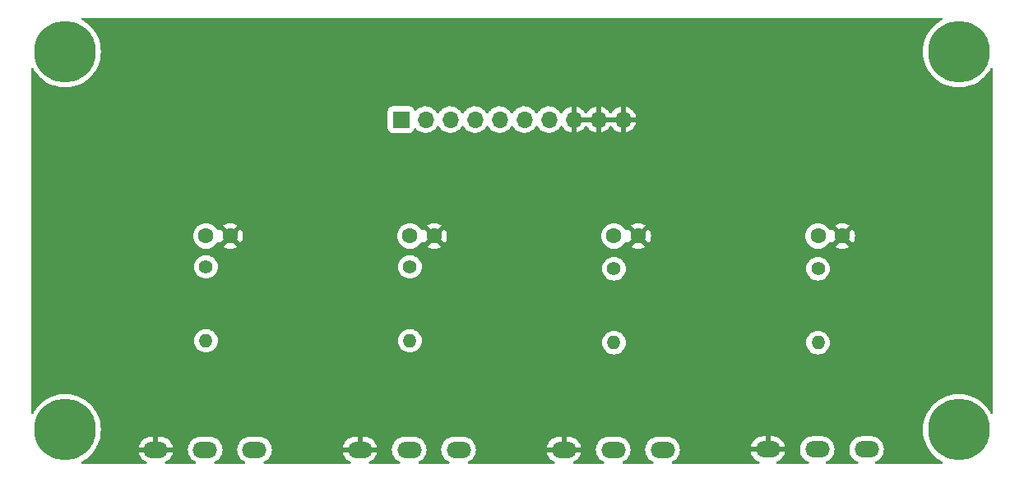
<source format=gbl>
%TF.GenerationSoftware,KiCad,Pcbnew,(6.0.1)*%
%TF.CreationDate,2022-10-03T06:08:01-04:00*%
%TF.ProjectId,MOD-CTL-POTS,4d4f442d-4354-44c2-9d50-4f54532e6b69,rev?*%
%TF.SameCoordinates,Original*%
%TF.FileFunction,Copper,L2,Bot*%
%TF.FilePolarity,Positive*%
%FSLAX46Y46*%
G04 Gerber Fmt 4.6, Leading zero omitted, Abs format (unit mm)*
G04 Created by KiCad (PCBNEW (6.0.1)) date 2022-10-03 06:08:01*
%MOMM*%
%LPD*%
G01*
G04 APERTURE LIST*
%TA.AperFunction,ComponentPad*%
%ADD10C,6.350000*%
%TD*%
%TA.AperFunction,ComponentPad*%
%ADD11C,1.600000*%
%TD*%
%TA.AperFunction,ComponentPad*%
%ADD12C,1.400000*%
%TD*%
%TA.AperFunction,ComponentPad*%
%ADD13O,1.400000X1.400000*%
%TD*%
%TA.AperFunction,ComponentPad*%
%ADD14O,2.540000X1.651000*%
%TD*%
%TA.AperFunction,ComponentPad*%
%ADD15R,1.700000X1.700000*%
%TD*%
%TA.AperFunction,ComponentPad*%
%ADD16O,1.700000X1.700000*%
%TD*%
G04 APERTURE END LIST*
D10*
%TO.P,MTG1,1*%
%TO.N,N/C*%
X94000000Y-83000000D03*
%TD*%
D11*
%TO.P,C4,1*%
%TO.N,/POT4*%
X171500000Y-63000000D03*
%TO.P,C4,2*%
%TO.N,GND*%
X174000000Y-63000000D03*
%TD*%
%TO.P,C3,1*%
%TO.N,/POT3*%
X150500000Y-63000000D03*
%TO.P,C3,2*%
%TO.N,GND*%
X153000000Y-63000000D03*
%TD*%
D12*
%TO.P,R2,1*%
%TO.N,/POT2*%
X129500000Y-66190000D03*
D13*
%TO.P,R2,2*%
%TO.N,Net-(R2-Pad2)*%
X129500000Y-73810000D03*
%TD*%
D14*
%TO.P,RV1,1,1*%
%TO.N,VCC*%
X113500000Y-85040000D03*
%TO.P,RV1,2,2*%
%TO.N,Net-(R1-Pad2)*%
X108420000Y-85040000D03*
%TO.P,RV1,3,3*%
%TO.N,GND*%
X103340000Y-85040000D03*
%TD*%
D10*
%TO.P,MTG3,1*%
%TO.N,N/C*%
X94000000Y-44000000D03*
%TD*%
D15*
%TO.P,J1,1,Pin_1*%
%TO.N,VCC*%
X128575000Y-51000000D03*
D16*
%TO.P,J1,2,Pin_2*%
X131115000Y-51000000D03*
%TO.P,J1,3,Pin_3*%
X133655000Y-51000000D03*
%TO.P,J1,4,Pin_4*%
%TO.N,/POT1*%
X136195000Y-51000000D03*
%TO.P,J1,5,Pin_5*%
%TO.N,/POT2*%
X138735000Y-51000000D03*
%TO.P,J1,6,Pin_6*%
%TO.N,/POT3*%
X141275000Y-51000000D03*
%TO.P,J1,7,Pin_7*%
%TO.N,/POT4*%
X143815000Y-51000000D03*
%TO.P,J1,8,Pin_8*%
%TO.N,GND*%
X146355000Y-51000000D03*
%TO.P,J1,9,Pin_9*%
X148895000Y-51000000D03*
%TO.P,J1,10,Pin_10*%
X151435000Y-51000000D03*
%TD*%
D14*
%TO.P,RV4,1,1*%
%TO.N,VCC*%
X176500000Y-85000000D03*
%TO.P,RV4,2,2*%
%TO.N,Net-(R4-Pad2)*%
X171420000Y-85000000D03*
%TO.P,RV4,3,3*%
%TO.N,GND*%
X166340000Y-85000000D03*
%TD*%
D11*
%TO.P,C1,1*%
%TO.N,/POT1*%
X108500000Y-63000000D03*
%TO.P,C1,2*%
%TO.N,GND*%
X111000000Y-63000000D03*
%TD*%
D14*
%TO.P,RV2,1,1*%
%TO.N,VCC*%
X134500000Y-85040000D03*
%TO.P,RV2,2,2*%
%TO.N,Net-(R2-Pad2)*%
X129420000Y-85040000D03*
%TO.P,RV2,3,3*%
%TO.N,GND*%
X124340000Y-85040000D03*
%TD*%
D12*
%TO.P,R4,1*%
%TO.N,/POT4*%
X171500000Y-66380000D03*
D13*
%TO.P,R4,2*%
%TO.N,Net-(R4-Pad2)*%
X171500000Y-74000000D03*
%TD*%
D14*
%TO.P,RV3,1,1*%
%TO.N,VCC*%
X155500000Y-85040000D03*
%TO.P,RV3,2,2*%
%TO.N,Net-(R3-Pad2)*%
X150420000Y-85040000D03*
%TO.P,RV3,3,3*%
%TO.N,GND*%
X145340000Y-85040000D03*
%TD*%
D12*
%TO.P,R3,1*%
%TO.N,/POT3*%
X150500000Y-66380000D03*
D13*
%TO.P,R3,2*%
%TO.N,Net-(R3-Pad2)*%
X150500000Y-74000000D03*
%TD*%
D11*
%TO.P,C2,1*%
%TO.N,/POT2*%
X129500000Y-63000000D03*
%TO.P,C2,2*%
%TO.N,GND*%
X132000000Y-63000000D03*
%TD*%
D10*
%TO.P,MTG2,1*%
%TO.N,N/C*%
X186000000Y-83000000D03*
%TD*%
%TO.P,MTG4,1*%
%TO.N,N/C*%
X186000000Y-44000000D03*
%TD*%
D12*
%TO.P,R1,1*%
%TO.N,/POT1*%
X108500000Y-66190000D03*
D13*
%TO.P,R1,2*%
%TO.N,Net-(R1-Pad2)*%
X108500000Y-73810000D03*
%TD*%
%TA.AperFunction,Conductor*%
%TO.N,GND*%
G36*
X184283123Y-40528002D02*
G01*
X184329616Y-40581658D01*
X184339720Y-40651932D01*
X184310226Y-40716512D01*
X184272205Y-40746267D01*
X184155723Y-40805618D01*
X183831922Y-41015896D01*
X183531875Y-41258869D01*
X183258869Y-41531875D01*
X183015896Y-41831922D01*
X182805618Y-42155723D01*
X182804123Y-42158657D01*
X182804119Y-42158664D01*
X182746267Y-42272205D01*
X182630337Y-42499730D01*
X182491976Y-42860174D01*
X182392049Y-43233106D01*
X182331651Y-43614441D01*
X182311445Y-44000000D01*
X182331651Y-44385559D01*
X182392049Y-44766894D01*
X182491976Y-45139826D01*
X182630337Y-45500270D01*
X182631835Y-45503210D01*
X182804119Y-45841335D01*
X182805618Y-45844277D01*
X183015896Y-46168078D01*
X183258869Y-46468125D01*
X183531875Y-46741131D01*
X183831922Y-46984104D01*
X184155722Y-47194382D01*
X184158656Y-47195877D01*
X184158663Y-47195881D01*
X184496790Y-47368165D01*
X184499730Y-47369663D01*
X184860174Y-47508024D01*
X185233106Y-47607951D01*
X185435643Y-47640030D01*
X185611193Y-47667835D01*
X185611201Y-47667836D01*
X185614441Y-47668349D01*
X186000000Y-47688555D01*
X186385559Y-47668349D01*
X186388799Y-47667836D01*
X186388807Y-47667835D01*
X186564357Y-47640030D01*
X186766894Y-47607951D01*
X187139826Y-47508024D01*
X187500270Y-47369663D01*
X187503210Y-47368165D01*
X187841337Y-47195881D01*
X187841344Y-47195877D01*
X187844278Y-47194382D01*
X188168078Y-46984104D01*
X188468125Y-46741131D01*
X188741131Y-46468125D01*
X188984104Y-46168078D01*
X189194382Y-45844277D01*
X189253733Y-45727795D01*
X189302482Y-45676180D01*
X189371397Y-45659114D01*
X189438598Y-45682015D01*
X189482750Y-45737613D01*
X189492000Y-45784998D01*
X189492000Y-81215002D01*
X189471998Y-81283123D01*
X189418342Y-81329616D01*
X189348068Y-81339720D01*
X189283488Y-81310226D01*
X189253733Y-81272205D01*
X189195881Y-81158665D01*
X189194382Y-81155723D01*
X188984104Y-80831922D01*
X188741131Y-80531875D01*
X188468125Y-80258869D01*
X188168078Y-80015896D01*
X187844278Y-79805618D01*
X187841344Y-79804123D01*
X187841337Y-79804119D01*
X187503210Y-79631835D01*
X187500270Y-79630337D01*
X187139826Y-79491976D01*
X186766894Y-79392049D01*
X186564357Y-79359970D01*
X186388807Y-79332165D01*
X186388799Y-79332164D01*
X186385559Y-79331651D01*
X186000000Y-79311445D01*
X185614441Y-79331651D01*
X185611201Y-79332164D01*
X185611193Y-79332165D01*
X185435643Y-79359970D01*
X185233106Y-79392049D01*
X184860174Y-79491976D01*
X184499730Y-79630337D01*
X184496790Y-79631835D01*
X184158664Y-79804119D01*
X184158657Y-79804123D01*
X184155723Y-79805618D01*
X183831922Y-80015896D01*
X183531875Y-80258869D01*
X183258869Y-80531875D01*
X183015896Y-80831922D01*
X182805618Y-81155723D01*
X182804123Y-81158657D01*
X182804119Y-81158664D01*
X182746267Y-81272205D01*
X182630337Y-81499730D01*
X182491976Y-81860174D01*
X182392049Y-82233106D01*
X182331651Y-82614441D01*
X182311445Y-83000000D01*
X182331651Y-83385559D01*
X182392049Y-83766894D01*
X182491976Y-84139826D01*
X182493161Y-84142914D01*
X182493162Y-84142916D01*
X182507108Y-84179246D01*
X182630337Y-84500270D01*
X182631835Y-84503210D01*
X182804119Y-84841335D01*
X182805618Y-84844277D01*
X182807414Y-84847043D01*
X182807416Y-84847046D01*
X182936277Y-85045475D01*
X183015896Y-85168078D01*
X183258869Y-85468125D01*
X183531875Y-85741131D01*
X183831922Y-85984104D01*
X184155722Y-86194382D01*
X184158656Y-86195877D01*
X184158663Y-86195881D01*
X184272205Y-86253733D01*
X184323820Y-86302481D01*
X184340886Y-86371396D01*
X184317985Y-86438598D01*
X184262388Y-86482750D01*
X184215002Y-86492000D01*
X177469760Y-86492000D01*
X177401639Y-86471998D01*
X177355146Y-86418342D01*
X177345042Y-86348068D01*
X177374536Y-86283488D01*
X177416510Y-86251805D01*
X177609061Y-86162017D01*
X177609066Y-86162014D01*
X177614048Y-86159691D01*
X177743617Y-86068966D01*
X177800743Y-86028966D01*
X177800746Y-86028964D01*
X177805254Y-86025807D01*
X177970307Y-85860754D01*
X178055710Y-85738787D01*
X178101034Y-85674057D01*
X178101035Y-85674055D01*
X178104191Y-85669548D01*
X178106514Y-85664566D01*
X178106517Y-85664561D01*
X178200516Y-85462980D01*
X178200517Y-85462978D01*
X178202839Y-85457998D01*
X178252812Y-85271497D01*
X178261828Y-85237847D01*
X178261828Y-85237845D01*
X178263252Y-85232532D01*
X178283596Y-85000000D01*
X178263252Y-84767468D01*
X178256729Y-84743124D01*
X178204262Y-84547312D01*
X178204261Y-84547310D01*
X178202839Y-84542002D01*
X178183379Y-84500270D01*
X178106517Y-84335439D01*
X178106514Y-84335434D01*
X178104191Y-84330452D01*
X178101034Y-84325943D01*
X177973466Y-84143757D01*
X177973464Y-84143754D01*
X177970307Y-84139246D01*
X177805254Y-83974193D01*
X177800746Y-83971036D01*
X177800743Y-83971034D01*
X177618557Y-83843466D01*
X177618555Y-83843465D01*
X177614048Y-83840309D01*
X177609066Y-83837986D01*
X177609061Y-83837983D01*
X177407480Y-83743984D01*
X177407478Y-83743983D01*
X177402498Y-83741661D01*
X177397190Y-83740239D01*
X177397188Y-83740238D01*
X177182347Y-83682672D01*
X177182345Y-83682672D01*
X177177032Y-83681248D01*
X177075449Y-83672361D01*
X177005471Y-83666238D01*
X177005464Y-83666238D01*
X177002747Y-83666000D01*
X175997253Y-83666000D01*
X175994536Y-83666238D01*
X175994529Y-83666238D01*
X175924551Y-83672361D01*
X175822968Y-83681248D01*
X175817655Y-83682672D01*
X175817653Y-83682672D01*
X175602812Y-83740238D01*
X175602810Y-83740239D01*
X175597502Y-83741661D01*
X175592522Y-83743983D01*
X175592520Y-83743984D01*
X175390939Y-83837983D01*
X175390934Y-83837986D01*
X175385952Y-83840309D01*
X175381445Y-83843465D01*
X175381443Y-83843466D01*
X175199257Y-83971034D01*
X175199254Y-83971036D01*
X175194746Y-83974193D01*
X175029693Y-84139246D01*
X175026536Y-84143754D01*
X175026534Y-84143757D01*
X174898966Y-84325943D01*
X174895809Y-84330452D01*
X174893486Y-84335434D01*
X174893483Y-84335439D01*
X174816621Y-84500270D01*
X174797161Y-84542002D01*
X174795739Y-84547310D01*
X174795738Y-84547312D01*
X174743271Y-84743124D01*
X174736748Y-84767468D01*
X174716404Y-85000000D01*
X174736748Y-85232532D01*
X174738172Y-85237845D01*
X174738172Y-85237847D01*
X174747189Y-85271497D01*
X174797161Y-85457998D01*
X174799483Y-85462978D01*
X174799484Y-85462980D01*
X174893483Y-85664561D01*
X174893486Y-85664566D01*
X174895809Y-85669548D01*
X174898965Y-85674055D01*
X174898966Y-85674057D01*
X174944291Y-85738787D01*
X175029693Y-85860754D01*
X175194746Y-86025807D01*
X175199254Y-86028964D01*
X175199257Y-86028966D01*
X175256383Y-86068966D01*
X175385952Y-86159691D01*
X175390934Y-86162014D01*
X175390939Y-86162017D01*
X175583490Y-86251805D01*
X175636775Y-86298723D01*
X175656236Y-86367000D01*
X175635694Y-86434960D01*
X175581671Y-86481025D01*
X175530240Y-86492000D01*
X172389760Y-86492000D01*
X172321639Y-86471998D01*
X172275146Y-86418342D01*
X172265042Y-86348068D01*
X172294536Y-86283488D01*
X172336510Y-86251805D01*
X172529061Y-86162017D01*
X172529066Y-86162014D01*
X172534048Y-86159691D01*
X172663617Y-86068966D01*
X172720743Y-86028966D01*
X172720746Y-86028964D01*
X172725254Y-86025807D01*
X172890307Y-85860754D01*
X172975710Y-85738787D01*
X173021034Y-85674057D01*
X173021035Y-85674055D01*
X173024191Y-85669548D01*
X173026514Y-85664566D01*
X173026517Y-85664561D01*
X173120516Y-85462980D01*
X173120517Y-85462978D01*
X173122839Y-85457998D01*
X173172812Y-85271497D01*
X173181828Y-85237847D01*
X173181828Y-85237845D01*
X173183252Y-85232532D01*
X173203596Y-85000000D01*
X173183252Y-84767468D01*
X173176729Y-84743124D01*
X173124262Y-84547312D01*
X173124261Y-84547310D01*
X173122839Y-84542002D01*
X173103379Y-84500270D01*
X173026517Y-84335439D01*
X173026514Y-84335434D01*
X173024191Y-84330452D01*
X173021034Y-84325943D01*
X172893466Y-84143757D01*
X172893464Y-84143754D01*
X172890307Y-84139246D01*
X172725254Y-83974193D01*
X172720746Y-83971036D01*
X172720743Y-83971034D01*
X172538557Y-83843466D01*
X172538555Y-83843465D01*
X172534048Y-83840309D01*
X172529066Y-83837986D01*
X172529061Y-83837983D01*
X172327480Y-83743984D01*
X172327478Y-83743983D01*
X172322498Y-83741661D01*
X172317190Y-83740239D01*
X172317188Y-83740238D01*
X172102347Y-83682672D01*
X172102345Y-83682672D01*
X172097032Y-83681248D01*
X171995449Y-83672361D01*
X171925471Y-83666238D01*
X171925464Y-83666238D01*
X171922747Y-83666000D01*
X170917253Y-83666000D01*
X170914536Y-83666238D01*
X170914529Y-83666238D01*
X170844551Y-83672361D01*
X170742968Y-83681248D01*
X170737655Y-83682672D01*
X170737653Y-83682672D01*
X170522812Y-83740238D01*
X170522810Y-83740239D01*
X170517502Y-83741661D01*
X170512522Y-83743983D01*
X170512520Y-83743984D01*
X170310939Y-83837983D01*
X170310934Y-83837986D01*
X170305952Y-83840309D01*
X170301445Y-83843465D01*
X170301443Y-83843466D01*
X170119257Y-83971034D01*
X170119254Y-83971036D01*
X170114746Y-83974193D01*
X169949693Y-84139246D01*
X169946536Y-84143754D01*
X169946534Y-84143757D01*
X169818966Y-84325943D01*
X169815809Y-84330452D01*
X169813486Y-84335434D01*
X169813483Y-84335439D01*
X169736621Y-84500270D01*
X169717161Y-84542002D01*
X169715739Y-84547310D01*
X169715738Y-84547312D01*
X169663271Y-84743124D01*
X169656748Y-84767468D01*
X169636404Y-85000000D01*
X169656748Y-85232532D01*
X169658172Y-85237845D01*
X169658172Y-85237847D01*
X169667189Y-85271497D01*
X169717161Y-85457998D01*
X169719483Y-85462978D01*
X169719484Y-85462980D01*
X169813483Y-85664561D01*
X169813486Y-85664566D01*
X169815809Y-85669548D01*
X169818965Y-85674055D01*
X169818966Y-85674057D01*
X169864291Y-85738787D01*
X169949693Y-85860754D01*
X170114746Y-86025807D01*
X170119254Y-86028964D01*
X170119257Y-86028966D01*
X170176383Y-86068966D01*
X170305952Y-86159691D01*
X170310934Y-86162014D01*
X170310939Y-86162017D01*
X170503490Y-86251805D01*
X170556775Y-86298723D01*
X170576236Y-86367000D01*
X170555694Y-86434960D01*
X170501671Y-86481025D01*
X170450240Y-86492000D01*
X167308576Y-86492000D01*
X167240455Y-86471998D01*
X167193962Y-86418342D01*
X167183858Y-86348068D01*
X167213352Y-86283488D01*
X167255326Y-86251805D01*
X167448810Y-86161582D01*
X167458306Y-86156099D01*
X167640421Y-86028581D01*
X167648829Y-86021525D01*
X167806025Y-85864329D01*
X167813081Y-85855921D01*
X167940599Y-85673806D01*
X167946082Y-85664310D01*
X168040044Y-85462808D01*
X168043790Y-85452516D01*
X168092294Y-85271497D01*
X168091958Y-85257401D01*
X168084016Y-85254000D01*
X164601133Y-85254000D01*
X164587602Y-85257973D01*
X164586373Y-85266522D01*
X164636210Y-85452516D01*
X164639956Y-85462808D01*
X164733918Y-85664310D01*
X164739401Y-85673806D01*
X164866919Y-85855921D01*
X164873975Y-85864329D01*
X165031171Y-86021525D01*
X165039579Y-86028581D01*
X165221694Y-86156099D01*
X165231190Y-86161582D01*
X165424674Y-86251805D01*
X165477959Y-86298723D01*
X165497420Y-86367000D01*
X165476878Y-86434960D01*
X165422855Y-86481025D01*
X165371424Y-86492000D01*
X156555540Y-86492000D01*
X156487419Y-86471998D01*
X156440926Y-86418342D01*
X156430822Y-86348068D01*
X156460316Y-86283488D01*
X156502290Y-86251805D01*
X156609061Y-86202017D01*
X156609066Y-86202014D01*
X156614048Y-86199691D01*
X156619178Y-86196099D01*
X156800743Y-86068966D01*
X156800746Y-86068964D01*
X156805254Y-86065807D01*
X156970307Y-85900754D01*
X156998316Y-85860754D01*
X157101034Y-85714057D01*
X157101035Y-85714055D01*
X157104191Y-85709548D01*
X157106514Y-85704566D01*
X157106517Y-85704561D01*
X157200516Y-85502980D01*
X157200517Y-85502978D01*
X157202839Y-85497998D01*
X157210216Y-85470469D01*
X157261828Y-85277847D01*
X157261828Y-85277845D01*
X157263252Y-85272532D01*
X157283596Y-85040000D01*
X157263252Y-84807468D01*
X157256729Y-84783124D01*
X157242094Y-84728503D01*
X164587706Y-84728503D01*
X164588042Y-84742599D01*
X164595984Y-84746000D01*
X166067885Y-84746000D01*
X166083124Y-84741525D01*
X166084329Y-84740135D01*
X166086000Y-84732452D01*
X166086000Y-84727885D01*
X166594000Y-84727885D01*
X166598475Y-84743124D01*
X166599865Y-84744329D01*
X166607548Y-84746000D01*
X168078867Y-84746000D01*
X168092398Y-84742027D01*
X168093627Y-84733478D01*
X168043790Y-84547484D01*
X168040044Y-84537192D01*
X167946082Y-84335690D01*
X167940599Y-84326194D01*
X167813081Y-84144079D01*
X167806025Y-84135671D01*
X167648829Y-83978475D01*
X167640421Y-83971419D01*
X167458306Y-83843901D01*
X167448810Y-83838418D01*
X167247308Y-83744456D01*
X167237016Y-83740710D01*
X167022257Y-83683166D01*
X167011464Y-83681263D01*
X166845450Y-83666738D01*
X166839985Y-83666500D01*
X166612115Y-83666500D01*
X166596876Y-83670975D01*
X166595671Y-83672365D01*
X166594000Y-83680048D01*
X166594000Y-84727885D01*
X166086000Y-84727885D01*
X166086000Y-83684615D01*
X166081525Y-83669376D01*
X166080135Y-83668171D01*
X166072452Y-83666500D01*
X165840015Y-83666500D01*
X165834550Y-83666738D01*
X165668536Y-83681263D01*
X165657743Y-83683166D01*
X165442984Y-83740710D01*
X165432692Y-83744456D01*
X165231190Y-83838418D01*
X165221694Y-83843901D01*
X165039579Y-83971419D01*
X165031171Y-83978475D01*
X164873975Y-84135671D01*
X164866919Y-84144079D01*
X164739401Y-84326194D01*
X164733918Y-84335690D01*
X164639956Y-84537192D01*
X164636210Y-84547484D01*
X164587706Y-84728503D01*
X157242094Y-84728503D01*
X157204262Y-84587312D01*
X157204261Y-84587310D01*
X157202839Y-84582002D01*
X157181944Y-84537192D01*
X157106517Y-84375439D01*
X157106514Y-84375434D01*
X157104191Y-84370452D01*
X157101034Y-84365943D01*
X156973466Y-84183757D01*
X156973464Y-84183754D01*
X156970307Y-84179246D01*
X156805254Y-84014193D01*
X156800746Y-84011036D01*
X156800743Y-84011034D01*
X156618557Y-83883466D01*
X156618555Y-83883465D01*
X156614048Y-83880309D01*
X156609066Y-83877986D01*
X156609061Y-83877983D01*
X156407480Y-83783984D01*
X156407478Y-83783983D01*
X156402498Y-83781661D01*
X156397190Y-83780239D01*
X156397188Y-83780238D01*
X156182347Y-83722672D01*
X156182345Y-83722672D01*
X156177032Y-83721248D01*
X156075449Y-83712361D01*
X156005471Y-83706238D01*
X156005464Y-83706238D01*
X156002747Y-83706000D01*
X154997253Y-83706000D01*
X154994536Y-83706238D01*
X154994529Y-83706238D01*
X154924551Y-83712361D01*
X154822968Y-83721248D01*
X154817655Y-83722672D01*
X154817653Y-83722672D01*
X154602812Y-83780238D01*
X154602810Y-83780239D01*
X154597502Y-83781661D01*
X154592522Y-83783983D01*
X154592520Y-83783984D01*
X154390939Y-83877983D01*
X154390934Y-83877986D01*
X154385952Y-83880309D01*
X154381445Y-83883465D01*
X154381443Y-83883466D01*
X154199257Y-84011034D01*
X154199254Y-84011036D01*
X154194746Y-84014193D01*
X154029693Y-84179246D01*
X154026536Y-84183754D01*
X154026534Y-84183757D01*
X153898966Y-84365943D01*
X153895809Y-84370452D01*
X153893486Y-84375434D01*
X153893483Y-84375439D01*
X153818056Y-84537192D01*
X153797161Y-84582002D01*
X153795739Y-84587310D01*
X153795738Y-84587312D01*
X153743271Y-84783124D01*
X153736748Y-84807468D01*
X153716404Y-85040000D01*
X153736748Y-85272532D01*
X153738172Y-85277845D01*
X153738172Y-85277847D01*
X153789785Y-85470469D01*
X153797161Y-85497998D01*
X153799483Y-85502978D01*
X153799484Y-85502980D01*
X153893483Y-85704561D01*
X153893486Y-85704566D01*
X153895809Y-85709548D01*
X153898965Y-85714055D01*
X153898966Y-85714057D01*
X154001685Y-85860754D01*
X154029693Y-85900754D01*
X154194746Y-86065807D01*
X154199254Y-86068964D01*
X154199257Y-86068966D01*
X154380822Y-86196099D01*
X154385952Y-86199691D01*
X154390934Y-86202014D01*
X154390939Y-86202017D01*
X154497710Y-86251805D01*
X154550995Y-86298723D01*
X154570456Y-86367000D01*
X154549914Y-86434960D01*
X154495891Y-86481025D01*
X154444460Y-86492000D01*
X151475540Y-86492000D01*
X151407419Y-86471998D01*
X151360926Y-86418342D01*
X151350822Y-86348068D01*
X151380316Y-86283488D01*
X151422290Y-86251805D01*
X151529061Y-86202017D01*
X151529066Y-86202014D01*
X151534048Y-86199691D01*
X151539178Y-86196099D01*
X151720743Y-86068966D01*
X151720746Y-86068964D01*
X151725254Y-86065807D01*
X151890307Y-85900754D01*
X151918316Y-85860754D01*
X152021034Y-85714057D01*
X152021035Y-85714055D01*
X152024191Y-85709548D01*
X152026514Y-85704566D01*
X152026517Y-85704561D01*
X152120516Y-85502980D01*
X152120517Y-85502978D01*
X152122839Y-85497998D01*
X152130216Y-85470469D01*
X152181828Y-85277847D01*
X152181828Y-85277845D01*
X152183252Y-85272532D01*
X152203596Y-85040000D01*
X152183252Y-84807468D01*
X152176729Y-84783124D01*
X152124262Y-84587312D01*
X152124261Y-84587310D01*
X152122839Y-84582002D01*
X152101944Y-84537192D01*
X152026517Y-84375439D01*
X152026514Y-84375434D01*
X152024191Y-84370452D01*
X152021034Y-84365943D01*
X151893466Y-84183757D01*
X151893464Y-84183754D01*
X151890307Y-84179246D01*
X151725254Y-84014193D01*
X151720746Y-84011036D01*
X151720743Y-84011034D01*
X151538557Y-83883466D01*
X151538555Y-83883465D01*
X151534048Y-83880309D01*
X151529066Y-83877986D01*
X151529061Y-83877983D01*
X151327480Y-83783984D01*
X151327478Y-83783983D01*
X151322498Y-83781661D01*
X151317190Y-83780239D01*
X151317188Y-83780238D01*
X151102347Y-83722672D01*
X151102345Y-83722672D01*
X151097032Y-83721248D01*
X150995449Y-83712361D01*
X150925471Y-83706238D01*
X150925464Y-83706238D01*
X150922747Y-83706000D01*
X149917253Y-83706000D01*
X149914536Y-83706238D01*
X149914529Y-83706238D01*
X149844551Y-83712361D01*
X149742968Y-83721248D01*
X149737655Y-83722672D01*
X149737653Y-83722672D01*
X149522812Y-83780238D01*
X149522810Y-83780239D01*
X149517502Y-83781661D01*
X149512522Y-83783983D01*
X149512520Y-83783984D01*
X149310939Y-83877983D01*
X149310934Y-83877986D01*
X149305952Y-83880309D01*
X149301445Y-83883465D01*
X149301443Y-83883466D01*
X149119257Y-84011034D01*
X149119254Y-84011036D01*
X149114746Y-84014193D01*
X148949693Y-84179246D01*
X148946536Y-84183754D01*
X148946534Y-84183757D01*
X148818966Y-84365943D01*
X148815809Y-84370452D01*
X148813486Y-84375434D01*
X148813483Y-84375439D01*
X148738056Y-84537192D01*
X148717161Y-84582002D01*
X148715739Y-84587310D01*
X148715738Y-84587312D01*
X148663271Y-84783124D01*
X148656748Y-84807468D01*
X148636404Y-85040000D01*
X148656748Y-85272532D01*
X148658172Y-85277845D01*
X148658172Y-85277847D01*
X148709785Y-85470469D01*
X148717161Y-85497998D01*
X148719483Y-85502978D01*
X148719484Y-85502980D01*
X148813483Y-85704561D01*
X148813486Y-85704566D01*
X148815809Y-85709548D01*
X148818965Y-85714055D01*
X148818966Y-85714057D01*
X148921685Y-85860754D01*
X148949693Y-85900754D01*
X149114746Y-86065807D01*
X149119254Y-86068964D01*
X149119257Y-86068966D01*
X149300822Y-86196099D01*
X149305952Y-86199691D01*
X149310934Y-86202014D01*
X149310939Y-86202017D01*
X149417710Y-86251805D01*
X149470995Y-86298723D01*
X149490456Y-86367000D01*
X149469914Y-86434960D01*
X149415891Y-86481025D01*
X149364460Y-86492000D01*
X146394356Y-86492000D01*
X146326235Y-86471998D01*
X146279742Y-86418342D01*
X146269638Y-86348068D01*
X146299132Y-86283488D01*
X146341106Y-86251805D01*
X146448810Y-86201582D01*
X146458306Y-86196099D01*
X146640421Y-86068581D01*
X146648829Y-86061525D01*
X146806025Y-85904329D01*
X146813081Y-85895921D01*
X146940599Y-85713806D01*
X146946082Y-85704310D01*
X147040044Y-85502808D01*
X147043790Y-85492516D01*
X147092294Y-85311497D01*
X147091958Y-85297401D01*
X147084016Y-85294000D01*
X143601133Y-85294000D01*
X143587602Y-85297973D01*
X143586373Y-85306522D01*
X143636210Y-85492516D01*
X143639956Y-85502808D01*
X143733918Y-85704310D01*
X143739401Y-85713806D01*
X143866919Y-85895921D01*
X143873975Y-85904329D01*
X144031171Y-86061525D01*
X144039579Y-86068581D01*
X144221694Y-86196099D01*
X144231190Y-86201582D01*
X144338894Y-86251805D01*
X144392179Y-86298723D01*
X144411640Y-86367000D01*
X144391098Y-86434960D01*
X144337075Y-86481025D01*
X144285644Y-86492000D01*
X135555540Y-86492000D01*
X135487419Y-86471998D01*
X135440926Y-86418342D01*
X135430822Y-86348068D01*
X135460316Y-86283488D01*
X135502290Y-86251805D01*
X135609061Y-86202017D01*
X135609066Y-86202014D01*
X135614048Y-86199691D01*
X135619178Y-86196099D01*
X135800743Y-86068966D01*
X135800746Y-86068964D01*
X135805254Y-86065807D01*
X135970307Y-85900754D01*
X135998316Y-85860754D01*
X136101034Y-85714057D01*
X136101035Y-85714055D01*
X136104191Y-85709548D01*
X136106514Y-85704566D01*
X136106517Y-85704561D01*
X136200516Y-85502980D01*
X136200517Y-85502978D01*
X136202839Y-85497998D01*
X136210216Y-85470469D01*
X136261828Y-85277847D01*
X136261828Y-85277845D01*
X136263252Y-85272532D01*
X136283596Y-85040000D01*
X136263252Y-84807468D01*
X136256729Y-84783124D01*
X136252811Y-84768503D01*
X143587706Y-84768503D01*
X143588042Y-84782599D01*
X143595984Y-84786000D01*
X145067885Y-84786000D01*
X145083124Y-84781525D01*
X145084329Y-84780135D01*
X145086000Y-84772452D01*
X145086000Y-84767885D01*
X145594000Y-84767885D01*
X145598475Y-84783124D01*
X145599865Y-84784329D01*
X145607548Y-84786000D01*
X147078867Y-84786000D01*
X147092398Y-84782027D01*
X147093627Y-84773478D01*
X147043790Y-84587484D01*
X147040044Y-84577192D01*
X146946082Y-84375690D01*
X146940599Y-84366194D01*
X146813081Y-84184079D01*
X146806025Y-84175671D01*
X146648829Y-84018475D01*
X146640421Y-84011419D01*
X146458306Y-83883901D01*
X146448810Y-83878418D01*
X146247308Y-83784456D01*
X146237016Y-83780710D01*
X146022257Y-83723166D01*
X146011464Y-83721263D01*
X145845450Y-83706738D01*
X145839985Y-83706500D01*
X145612115Y-83706500D01*
X145596876Y-83710975D01*
X145595671Y-83712365D01*
X145594000Y-83720048D01*
X145594000Y-84767885D01*
X145086000Y-84767885D01*
X145086000Y-83724615D01*
X145081525Y-83709376D01*
X145080135Y-83708171D01*
X145072452Y-83706500D01*
X144840015Y-83706500D01*
X144834550Y-83706738D01*
X144668536Y-83721263D01*
X144657743Y-83723166D01*
X144442984Y-83780710D01*
X144432692Y-83784456D01*
X144231190Y-83878418D01*
X144221694Y-83883901D01*
X144039579Y-84011419D01*
X144031171Y-84018475D01*
X143873975Y-84175671D01*
X143866919Y-84184079D01*
X143739401Y-84366194D01*
X143733918Y-84375690D01*
X143639956Y-84577192D01*
X143636210Y-84587484D01*
X143587706Y-84768503D01*
X136252811Y-84768503D01*
X136204262Y-84587312D01*
X136204261Y-84587310D01*
X136202839Y-84582002D01*
X136181944Y-84537192D01*
X136106517Y-84375439D01*
X136106514Y-84375434D01*
X136104191Y-84370452D01*
X136101034Y-84365943D01*
X135973466Y-84183757D01*
X135973464Y-84183754D01*
X135970307Y-84179246D01*
X135805254Y-84014193D01*
X135800746Y-84011036D01*
X135800743Y-84011034D01*
X135618557Y-83883466D01*
X135618555Y-83883465D01*
X135614048Y-83880309D01*
X135609066Y-83877986D01*
X135609061Y-83877983D01*
X135407480Y-83783984D01*
X135407478Y-83783983D01*
X135402498Y-83781661D01*
X135397190Y-83780239D01*
X135397188Y-83780238D01*
X135182347Y-83722672D01*
X135182345Y-83722672D01*
X135177032Y-83721248D01*
X135075449Y-83712361D01*
X135005471Y-83706238D01*
X135005464Y-83706238D01*
X135002747Y-83706000D01*
X133997253Y-83706000D01*
X133994536Y-83706238D01*
X133994529Y-83706238D01*
X133924551Y-83712361D01*
X133822968Y-83721248D01*
X133817655Y-83722672D01*
X133817653Y-83722672D01*
X133602812Y-83780238D01*
X133602810Y-83780239D01*
X133597502Y-83781661D01*
X133592522Y-83783983D01*
X133592520Y-83783984D01*
X133390939Y-83877983D01*
X133390934Y-83877986D01*
X133385952Y-83880309D01*
X133381445Y-83883465D01*
X133381443Y-83883466D01*
X133199257Y-84011034D01*
X133199254Y-84011036D01*
X133194746Y-84014193D01*
X133029693Y-84179246D01*
X133026536Y-84183754D01*
X133026534Y-84183757D01*
X132898966Y-84365943D01*
X132895809Y-84370452D01*
X132893486Y-84375434D01*
X132893483Y-84375439D01*
X132818056Y-84537192D01*
X132797161Y-84582002D01*
X132795739Y-84587310D01*
X132795738Y-84587312D01*
X132743271Y-84783124D01*
X132736748Y-84807468D01*
X132716404Y-85040000D01*
X132736748Y-85272532D01*
X132738172Y-85277845D01*
X132738172Y-85277847D01*
X132789785Y-85470469D01*
X132797161Y-85497998D01*
X132799483Y-85502978D01*
X132799484Y-85502980D01*
X132893483Y-85704561D01*
X132893486Y-85704566D01*
X132895809Y-85709548D01*
X132898965Y-85714055D01*
X132898966Y-85714057D01*
X133001685Y-85860754D01*
X133029693Y-85900754D01*
X133194746Y-86065807D01*
X133199254Y-86068964D01*
X133199257Y-86068966D01*
X133380822Y-86196099D01*
X133385952Y-86199691D01*
X133390934Y-86202014D01*
X133390939Y-86202017D01*
X133497710Y-86251805D01*
X133550995Y-86298723D01*
X133570456Y-86367000D01*
X133549914Y-86434960D01*
X133495891Y-86481025D01*
X133444460Y-86492000D01*
X130475540Y-86492000D01*
X130407419Y-86471998D01*
X130360926Y-86418342D01*
X130350822Y-86348068D01*
X130380316Y-86283488D01*
X130422290Y-86251805D01*
X130529061Y-86202017D01*
X130529066Y-86202014D01*
X130534048Y-86199691D01*
X130539178Y-86196099D01*
X130720743Y-86068966D01*
X130720746Y-86068964D01*
X130725254Y-86065807D01*
X130890307Y-85900754D01*
X130918316Y-85860754D01*
X131021034Y-85714057D01*
X131021035Y-85714055D01*
X131024191Y-85709548D01*
X131026514Y-85704566D01*
X131026517Y-85704561D01*
X131120516Y-85502980D01*
X131120517Y-85502978D01*
X131122839Y-85497998D01*
X131130216Y-85470469D01*
X131181828Y-85277847D01*
X131181828Y-85277845D01*
X131183252Y-85272532D01*
X131203596Y-85040000D01*
X131183252Y-84807468D01*
X131176729Y-84783124D01*
X131124262Y-84587312D01*
X131124261Y-84587310D01*
X131122839Y-84582002D01*
X131101944Y-84537192D01*
X131026517Y-84375439D01*
X131026514Y-84375434D01*
X131024191Y-84370452D01*
X131021034Y-84365943D01*
X130893466Y-84183757D01*
X130893464Y-84183754D01*
X130890307Y-84179246D01*
X130725254Y-84014193D01*
X130720746Y-84011036D01*
X130720743Y-84011034D01*
X130538557Y-83883466D01*
X130538555Y-83883465D01*
X130534048Y-83880309D01*
X130529066Y-83877986D01*
X130529061Y-83877983D01*
X130327480Y-83783984D01*
X130327478Y-83783983D01*
X130322498Y-83781661D01*
X130317190Y-83780239D01*
X130317188Y-83780238D01*
X130102347Y-83722672D01*
X130102345Y-83722672D01*
X130097032Y-83721248D01*
X129995449Y-83712361D01*
X129925471Y-83706238D01*
X129925464Y-83706238D01*
X129922747Y-83706000D01*
X128917253Y-83706000D01*
X128914536Y-83706238D01*
X128914529Y-83706238D01*
X128844551Y-83712361D01*
X128742968Y-83721248D01*
X128737655Y-83722672D01*
X128737653Y-83722672D01*
X128522812Y-83780238D01*
X128522810Y-83780239D01*
X128517502Y-83781661D01*
X128512522Y-83783983D01*
X128512520Y-83783984D01*
X128310939Y-83877983D01*
X128310934Y-83877986D01*
X128305952Y-83880309D01*
X128301445Y-83883465D01*
X128301443Y-83883466D01*
X128119257Y-84011034D01*
X128119254Y-84011036D01*
X128114746Y-84014193D01*
X127949693Y-84179246D01*
X127946536Y-84183754D01*
X127946534Y-84183757D01*
X127818966Y-84365943D01*
X127815809Y-84370452D01*
X127813486Y-84375434D01*
X127813483Y-84375439D01*
X127738056Y-84537192D01*
X127717161Y-84582002D01*
X127715739Y-84587310D01*
X127715738Y-84587312D01*
X127663271Y-84783124D01*
X127656748Y-84807468D01*
X127636404Y-85040000D01*
X127656748Y-85272532D01*
X127658172Y-85277845D01*
X127658172Y-85277847D01*
X127709785Y-85470469D01*
X127717161Y-85497998D01*
X127719483Y-85502978D01*
X127719484Y-85502980D01*
X127813483Y-85704561D01*
X127813486Y-85704566D01*
X127815809Y-85709548D01*
X127818965Y-85714055D01*
X127818966Y-85714057D01*
X127921685Y-85860754D01*
X127949693Y-85900754D01*
X128114746Y-86065807D01*
X128119254Y-86068964D01*
X128119257Y-86068966D01*
X128300822Y-86196099D01*
X128305952Y-86199691D01*
X128310934Y-86202014D01*
X128310939Y-86202017D01*
X128417710Y-86251805D01*
X128470995Y-86298723D01*
X128490456Y-86367000D01*
X128469914Y-86434960D01*
X128415891Y-86481025D01*
X128364460Y-86492000D01*
X125394356Y-86492000D01*
X125326235Y-86471998D01*
X125279742Y-86418342D01*
X125269638Y-86348068D01*
X125299132Y-86283488D01*
X125341106Y-86251805D01*
X125448810Y-86201582D01*
X125458306Y-86196099D01*
X125640421Y-86068581D01*
X125648829Y-86061525D01*
X125806025Y-85904329D01*
X125813081Y-85895921D01*
X125940599Y-85713806D01*
X125946082Y-85704310D01*
X126040044Y-85502808D01*
X126043790Y-85492516D01*
X126092294Y-85311497D01*
X126091958Y-85297401D01*
X126084016Y-85294000D01*
X122601133Y-85294000D01*
X122587602Y-85297973D01*
X122586373Y-85306522D01*
X122636210Y-85492516D01*
X122639956Y-85502808D01*
X122733918Y-85704310D01*
X122739401Y-85713806D01*
X122866919Y-85895921D01*
X122873975Y-85904329D01*
X123031171Y-86061525D01*
X123039579Y-86068581D01*
X123221694Y-86196099D01*
X123231190Y-86201582D01*
X123338894Y-86251805D01*
X123392179Y-86298723D01*
X123411640Y-86367000D01*
X123391098Y-86434960D01*
X123337075Y-86481025D01*
X123285644Y-86492000D01*
X114555540Y-86492000D01*
X114487419Y-86471998D01*
X114440926Y-86418342D01*
X114430822Y-86348068D01*
X114460316Y-86283488D01*
X114502290Y-86251805D01*
X114609061Y-86202017D01*
X114609066Y-86202014D01*
X114614048Y-86199691D01*
X114619178Y-86196099D01*
X114800743Y-86068966D01*
X114800746Y-86068964D01*
X114805254Y-86065807D01*
X114970307Y-85900754D01*
X114998316Y-85860754D01*
X115101034Y-85714057D01*
X115101035Y-85714055D01*
X115104191Y-85709548D01*
X115106514Y-85704566D01*
X115106517Y-85704561D01*
X115200516Y-85502980D01*
X115200517Y-85502978D01*
X115202839Y-85497998D01*
X115210216Y-85470469D01*
X115261828Y-85277847D01*
X115261828Y-85277845D01*
X115263252Y-85272532D01*
X115283596Y-85040000D01*
X115263252Y-84807468D01*
X115256729Y-84783124D01*
X115252811Y-84768503D01*
X122587706Y-84768503D01*
X122588042Y-84782599D01*
X122595984Y-84786000D01*
X124067885Y-84786000D01*
X124083124Y-84781525D01*
X124084329Y-84780135D01*
X124086000Y-84772452D01*
X124086000Y-84767885D01*
X124594000Y-84767885D01*
X124598475Y-84783124D01*
X124599865Y-84784329D01*
X124607548Y-84786000D01*
X126078867Y-84786000D01*
X126092398Y-84782027D01*
X126093627Y-84773478D01*
X126043790Y-84587484D01*
X126040044Y-84577192D01*
X125946082Y-84375690D01*
X125940599Y-84366194D01*
X125813081Y-84184079D01*
X125806025Y-84175671D01*
X125648829Y-84018475D01*
X125640421Y-84011419D01*
X125458306Y-83883901D01*
X125448810Y-83878418D01*
X125247308Y-83784456D01*
X125237016Y-83780710D01*
X125022257Y-83723166D01*
X125011464Y-83721263D01*
X124845450Y-83706738D01*
X124839985Y-83706500D01*
X124612115Y-83706500D01*
X124596876Y-83710975D01*
X124595671Y-83712365D01*
X124594000Y-83720048D01*
X124594000Y-84767885D01*
X124086000Y-84767885D01*
X124086000Y-83724615D01*
X124081525Y-83709376D01*
X124080135Y-83708171D01*
X124072452Y-83706500D01*
X123840015Y-83706500D01*
X123834550Y-83706738D01*
X123668536Y-83721263D01*
X123657743Y-83723166D01*
X123442984Y-83780710D01*
X123432692Y-83784456D01*
X123231190Y-83878418D01*
X123221694Y-83883901D01*
X123039579Y-84011419D01*
X123031171Y-84018475D01*
X122873975Y-84175671D01*
X122866919Y-84184079D01*
X122739401Y-84366194D01*
X122733918Y-84375690D01*
X122639956Y-84577192D01*
X122636210Y-84587484D01*
X122587706Y-84768503D01*
X115252811Y-84768503D01*
X115204262Y-84587312D01*
X115204261Y-84587310D01*
X115202839Y-84582002D01*
X115181944Y-84537192D01*
X115106517Y-84375439D01*
X115106514Y-84375434D01*
X115104191Y-84370452D01*
X115101034Y-84365943D01*
X114973466Y-84183757D01*
X114973464Y-84183754D01*
X114970307Y-84179246D01*
X114805254Y-84014193D01*
X114800746Y-84011036D01*
X114800743Y-84011034D01*
X114618557Y-83883466D01*
X114618555Y-83883465D01*
X114614048Y-83880309D01*
X114609066Y-83877986D01*
X114609061Y-83877983D01*
X114407480Y-83783984D01*
X114407478Y-83783983D01*
X114402498Y-83781661D01*
X114397190Y-83780239D01*
X114397188Y-83780238D01*
X114182347Y-83722672D01*
X114182345Y-83722672D01*
X114177032Y-83721248D01*
X114075449Y-83712361D01*
X114005471Y-83706238D01*
X114005464Y-83706238D01*
X114002747Y-83706000D01*
X112997253Y-83706000D01*
X112994536Y-83706238D01*
X112994529Y-83706238D01*
X112924551Y-83712361D01*
X112822968Y-83721248D01*
X112817655Y-83722672D01*
X112817653Y-83722672D01*
X112602812Y-83780238D01*
X112602810Y-83780239D01*
X112597502Y-83781661D01*
X112592522Y-83783983D01*
X112592520Y-83783984D01*
X112390939Y-83877983D01*
X112390934Y-83877986D01*
X112385952Y-83880309D01*
X112381445Y-83883465D01*
X112381443Y-83883466D01*
X112199257Y-84011034D01*
X112199254Y-84011036D01*
X112194746Y-84014193D01*
X112029693Y-84179246D01*
X112026536Y-84183754D01*
X112026534Y-84183757D01*
X111898966Y-84365943D01*
X111895809Y-84370452D01*
X111893486Y-84375434D01*
X111893483Y-84375439D01*
X111818056Y-84537192D01*
X111797161Y-84582002D01*
X111795739Y-84587310D01*
X111795738Y-84587312D01*
X111743271Y-84783124D01*
X111736748Y-84807468D01*
X111716404Y-85040000D01*
X111736748Y-85272532D01*
X111738172Y-85277845D01*
X111738172Y-85277847D01*
X111789785Y-85470469D01*
X111797161Y-85497998D01*
X111799483Y-85502978D01*
X111799484Y-85502980D01*
X111893483Y-85704561D01*
X111893486Y-85704566D01*
X111895809Y-85709548D01*
X111898965Y-85714055D01*
X111898966Y-85714057D01*
X112001685Y-85860754D01*
X112029693Y-85900754D01*
X112194746Y-86065807D01*
X112199254Y-86068964D01*
X112199257Y-86068966D01*
X112380822Y-86196099D01*
X112385952Y-86199691D01*
X112390934Y-86202014D01*
X112390939Y-86202017D01*
X112497710Y-86251805D01*
X112550995Y-86298723D01*
X112570456Y-86367000D01*
X112549914Y-86434960D01*
X112495891Y-86481025D01*
X112444460Y-86492000D01*
X109475540Y-86492000D01*
X109407419Y-86471998D01*
X109360926Y-86418342D01*
X109350822Y-86348068D01*
X109380316Y-86283488D01*
X109422290Y-86251805D01*
X109529061Y-86202017D01*
X109529066Y-86202014D01*
X109534048Y-86199691D01*
X109539178Y-86196099D01*
X109720743Y-86068966D01*
X109720746Y-86068964D01*
X109725254Y-86065807D01*
X109890307Y-85900754D01*
X109918316Y-85860754D01*
X110021034Y-85714057D01*
X110021035Y-85714055D01*
X110024191Y-85709548D01*
X110026514Y-85704566D01*
X110026517Y-85704561D01*
X110120516Y-85502980D01*
X110120517Y-85502978D01*
X110122839Y-85497998D01*
X110130216Y-85470469D01*
X110181828Y-85277847D01*
X110181828Y-85277845D01*
X110183252Y-85272532D01*
X110203596Y-85040000D01*
X110183252Y-84807468D01*
X110176729Y-84783124D01*
X110124262Y-84587312D01*
X110124261Y-84587310D01*
X110122839Y-84582002D01*
X110101944Y-84537192D01*
X110026517Y-84375439D01*
X110026514Y-84375434D01*
X110024191Y-84370452D01*
X110021034Y-84365943D01*
X109893466Y-84183757D01*
X109893464Y-84183754D01*
X109890307Y-84179246D01*
X109725254Y-84014193D01*
X109720746Y-84011036D01*
X109720743Y-84011034D01*
X109538557Y-83883466D01*
X109538555Y-83883465D01*
X109534048Y-83880309D01*
X109529066Y-83877986D01*
X109529061Y-83877983D01*
X109327480Y-83783984D01*
X109327478Y-83783983D01*
X109322498Y-83781661D01*
X109317190Y-83780239D01*
X109317188Y-83780238D01*
X109102347Y-83722672D01*
X109102345Y-83722672D01*
X109097032Y-83721248D01*
X108995449Y-83712361D01*
X108925471Y-83706238D01*
X108925464Y-83706238D01*
X108922747Y-83706000D01*
X107917253Y-83706000D01*
X107914536Y-83706238D01*
X107914529Y-83706238D01*
X107844551Y-83712361D01*
X107742968Y-83721248D01*
X107737655Y-83722672D01*
X107737653Y-83722672D01*
X107522812Y-83780238D01*
X107522810Y-83780239D01*
X107517502Y-83781661D01*
X107512522Y-83783983D01*
X107512520Y-83783984D01*
X107310939Y-83877983D01*
X107310934Y-83877986D01*
X107305952Y-83880309D01*
X107301445Y-83883465D01*
X107301443Y-83883466D01*
X107119257Y-84011034D01*
X107119254Y-84011036D01*
X107114746Y-84014193D01*
X106949693Y-84179246D01*
X106946536Y-84183754D01*
X106946534Y-84183757D01*
X106818966Y-84365943D01*
X106815809Y-84370452D01*
X106813486Y-84375434D01*
X106813483Y-84375439D01*
X106738056Y-84537192D01*
X106717161Y-84582002D01*
X106715739Y-84587310D01*
X106715738Y-84587312D01*
X106663271Y-84783124D01*
X106656748Y-84807468D01*
X106636404Y-85040000D01*
X106656748Y-85272532D01*
X106658172Y-85277845D01*
X106658172Y-85277847D01*
X106709785Y-85470469D01*
X106717161Y-85497998D01*
X106719483Y-85502978D01*
X106719484Y-85502980D01*
X106813483Y-85704561D01*
X106813486Y-85704566D01*
X106815809Y-85709548D01*
X106818965Y-85714055D01*
X106818966Y-85714057D01*
X106921685Y-85860754D01*
X106949693Y-85900754D01*
X107114746Y-86065807D01*
X107119254Y-86068964D01*
X107119257Y-86068966D01*
X107300822Y-86196099D01*
X107305952Y-86199691D01*
X107310934Y-86202014D01*
X107310939Y-86202017D01*
X107417710Y-86251805D01*
X107470995Y-86298723D01*
X107490456Y-86367000D01*
X107469914Y-86434960D01*
X107415891Y-86481025D01*
X107364460Y-86492000D01*
X104394356Y-86492000D01*
X104326235Y-86471998D01*
X104279742Y-86418342D01*
X104269638Y-86348068D01*
X104299132Y-86283488D01*
X104341106Y-86251805D01*
X104448810Y-86201582D01*
X104458306Y-86196099D01*
X104640421Y-86068581D01*
X104648829Y-86061525D01*
X104806025Y-85904329D01*
X104813081Y-85895921D01*
X104940599Y-85713806D01*
X104946082Y-85704310D01*
X105040044Y-85502808D01*
X105043790Y-85492516D01*
X105092294Y-85311497D01*
X105091958Y-85297401D01*
X105084016Y-85294000D01*
X101601133Y-85294000D01*
X101587602Y-85297973D01*
X101586373Y-85306522D01*
X101636210Y-85492516D01*
X101639956Y-85502808D01*
X101733918Y-85704310D01*
X101739401Y-85713806D01*
X101866919Y-85895921D01*
X101873975Y-85904329D01*
X102031171Y-86061525D01*
X102039579Y-86068581D01*
X102221694Y-86196099D01*
X102231190Y-86201582D01*
X102338894Y-86251805D01*
X102392179Y-86298723D01*
X102411640Y-86367000D01*
X102391098Y-86434960D01*
X102337075Y-86481025D01*
X102285644Y-86492000D01*
X95784998Y-86492000D01*
X95716877Y-86471998D01*
X95670384Y-86418342D01*
X95660280Y-86348068D01*
X95689774Y-86283488D01*
X95727795Y-86253733D01*
X95841337Y-86195881D01*
X95841344Y-86195877D01*
X95844278Y-86194382D01*
X96168078Y-85984104D01*
X96468125Y-85741131D01*
X96741131Y-85468125D01*
X96984104Y-85168078D01*
X97063723Y-85045475D01*
X97192584Y-84847046D01*
X97192586Y-84847043D01*
X97194382Y-84844277D01*
X97195882Y-84841335D01*
X97232992Y-84768503D01*
X101587706Y-84768503D01*
X101588042Y-84782599D01*
X101595984Y-84786000D01*
X103067885Y-84786000D01*
X103083124Y-84781525D01*
X103084329Y-84780135D01*
X103086000Y-84772452D01*
X103086000Y-84767885D01*
X103594000Y-84767885D01*
X103598475Y-84783124D01*
X103599865Y-84784329D01*
X103607548Y-84786000D01*
X105078867Y-84786000D01*
X105092398Y-84782027D01*
X105093627Y-84773478D01*
X105043790Y-84587484D01*
X105040044Y-84577192D01*
X104946082Y-84375690D01*
X104940599Y-84366194D01*
X104813081Y-84184079D01*
X104806025Y-84175671D01*
X104648829Y-84018475D01*
X104640421Y-84011419D01*
X104458306Y-83883901D01*
X104448810Y-83878418D01*
X104247308Y-83784456D01*
X104237016Y-83780710D01*
X104022257Y-83723166D01*
X104011464Y-83721263D01*
X103845450Y-83706738D01*
X103839985Y-83706500D01*
X103612115Y-83706500D01*
X103596876Y-83710975D01*
X103595671Y-83712365D01*
X103594000Y-83720048D01*
X103594000Y-84767885D01*
X103086000Y-84767885D01*
X103086000Y-83724615D01*
X103081525Y-83709376D01*
X103080135Y-83708171D01*
X103072452Y-83706500D01*
X102840015Y-83706500D01*
X102834550Y-83706738D01*
X102668536Y-83721263D01*
X102657743Y-83723166D01*
X102442984Y-83780710D01*
X102432692Y-83784456D01*
X102231190Y-83878418D01*
X102221694Y-83883901D01*
X102039579Y-84011419D01*
X102031171Y-84018475D01*
X101873975Y-84175671D01*
X101866919Y-84184079D01*
X101739401Y-84366194D01*
X101733918Y-84375690D01*
X101639956Y-84577192D01*
X101636210Y-84587484D01*
X101587706Y-84768503D01*
X97232992Y-84768503D01*
X97368165Y-84503210D01*
X97369663Y-84500270D01*
X97492892Y-84179246D01*
X97506838Y-84142916D01*
X97506839Y-84142914D01*
X97508024Y-84139826D01*
X97607951Y-83766894D01*
X97668349Y-83385559D01*
X97688555Y-83000000D01*
X97668349Y-82614441D01*
X97607951Y-82233106D01*
X97508024Y-81860174D01*
X97369663Y-81499730D01*
X97253733Y-81272205D01*
X97195881Y-81158664D01*
X97195877Y-81158657D01*
X97194382Y-81155723D01*
X96984104Y-80831922D01*
X96741131Y-80531875D01*
X96468125Y-80258869D01*
X96168078Y-80015896D01*
X95844278Y-79805618D01*
X95841344Y-79804123D01*
X95841337Y-79804119D01*
X95503210Y-79631835D01*
X95500270Y-79630337D01*
X95139826Y-79491976D01*
X94766894Y-79392049D01*
X94564357Y-79359970D01*
X94388807Y-79332165D01*
X94388799Y-79332164D01*
X94385559Y-79331651D01*
X94000000Y-79311445D01*
X93614441Y-79331651D01*
X93611201Y-79332164D01*
X93611193Y-79332165D01*
X93435643Y-79359970D01*
X93233106Y-79392049D01*
X92860174Y-79491976D01*
X92499730Y-79630337D01*
X92496790Y-79631835D01*
X92158664Y-79804119D01*
X92158657Y-79804123D01*
X92155723Y-79805618D01*
X91831922Y-80015896D01*
X91531875Y-80258869D01*
X91258869Y-80531875D01*
X91015896Y-80831922D01*
X90805618Y-81155723D01*
X90804119Y-81158665D01*
X90746267Y-81272205D01*
X90697518Y-81323820D01*
X90628603Y-81340886D01*
X90561402Y-81317985D01*
X90517250Y-81262387D01*
X90508000Y-81215002D01*
X90508000Y-73810000D01*
X107286884Y-73810000D01*
X107305314Y-74020655D01*
X107306738Y-74025968D01*
X107306738Y-74025970D01*
X107357649Y-74215970D01*
X107360044Y-74224910D01*
X107449411Y-74416558D01*
X107570699Y-74589776D01*
X107720224Y-74739301D01*
X107893442Y-74860589D01*
X107898420Y-74862910D01*
X107898423Y-74862912D01*
X108080108Y-74947633D01*
X108085090Y-74949956D01*
X108090398Y-74951378D01*
X108090400Y-74951379D01*
X108284030Y-75003262D01*
X108284032Y-75003262D01*
X108289345Y-75004686D01*
X108500000Y-75023116D01*
X108710655Y-75004686D01*
X108715968Y-75003262D01*
X108715970Y-75003262D01*
X108909600Y-74951379D01*
X108909602Y-74951378D01*
X108914910Y-74949956D01*
X108919892Y-74947633D01*
X109101577Y-74862912D01*
X109101580Y-74862910D01*
X109106558Y-74860589D01*
X109279776Y-74739301D01*
X109429301Y-74589776D01*
X109550589Y-74416558D01*
X109639956Y-74224910D01*
X109642352Y-74215970D01*
X109693262Y-74025970D01*
X109693262Y-74025968D01*
X109694686Y-74020655D01*
X109713116Y-73810000D01*
X128286884Y-73810000D01*
X128305314Y-74020655D01*
X128306738Y-74025968D01*
X128306738Y-74025970D01*
X128357649Y-74215970D01*
X128360044Y-74224910D01*
X128449411Y-74416558D01*
X128570699Y-74589776D01*
X128720224Y-74739301D01*
X128893442Y-74860589D01*
X128898420Y-74862910D01*
X128898423Y-74862912D01*
X129080108Y-74947633D01*
X129085090Y-74949956D01*
X129090398Y-74951378D01*
X129090400Y-74951379D01*
X129284030Y-75003262D01*
X129284032Y-75003262D01*
X129289345Y-75004686D01*
X129500000Y-75023116D01*
X129710655Y-75004686D01*
X129715968Y-75003262D01*
X129715970Y-75003262D01*
X129909600Y-74951379D01*
X129909602Y-74951378D01*
X129914910Y-74949956D01*
X129919892Y-74947633D01*
X130101577Y-74862912D01*
X130101580Y-74862910D01*
X130106558Y-74860589D01*
X130279776Y-74739301D01*
X130429301Y-74589776D01*
X130550589Y-74416558D01*
X130639956Y-74224910D01*
X130642352Y-74215970D01*
X130693262Y-74025970D01*
X130693262Y-74025968D01*
X130694686Y-74020655D01*
X130696493Y-74000000D01*
X149286884Y-74000000D01*
X149305314Y-74210655D01*
X149306738Y-74215968D01*
X149306738Y-74215970D01*
X149310469Y-74229892D01*
X149360044Y-74414910D01*
X149362366Y-74419891D01*
X149362367Y-74419892D01*
X149443402Y-74593671D01*
X149449411Y-74606558D01*
X149570699Y-74779776D01*
X149720224Y-74929301D01*
X149893442Y-75050589D01*
X149898420Y-75052910D01*
X149898423Y-75052912D01*
X150080108Y-75137633D01*
X150085090Y-75139956D01*
X150090398Y-75141378D01*
X150090400Y-75141379D01*
X150284030Y-75193262D01*
X150284032Y-75193262D01*
X150289345Y-75194686D01*
X150500000Y-75213116D01*
X150710655Y-75194686D01*
X150715968Y-75193262D01*
X150715970Y-75193262D01*
X150909600Y-75141379D01*
X150909602Y-75141378D01*
X150914910Y-75139956D01*
X150919892Y-75137633D01*
X151101577Y-75052912D01*
X151101580Y-75052910D01*
X151106558Y-75050589D01*
X151279776Y-74929301D01*
X151429301Y-74779776D01*
X151550589Y-74606558D01*
X151556599Y-74593671D01*
X151637633Y-74419892D01*
X151637634Y-74419891D01*
X151639956Y-74414910D01*
X151689532Y-74229892D01*
X151693262Y-74215970D01*
X151693262Y-74215968D01*
X151694686Y-74210655D01*
X151713116Y-74000000D01*
X170286884Y-74000000D01*
X170305314Y-74210655D01*
X170306738Y-74215968D01*
X170306738Y-74215970D01*
X170310469Y-74229892D01*
X170360044Y-74414910D01*
X170362366Y-74419891D01*
X170362367Y-74419892D01*
X170443402Y-74593671D01*
X170449411Y-74606558D01*
X170570699Y-74779776D01*
X170720224Y-74929301D01*
X170893442Y-75050589D01*
X170898420Y-75052910D01*
X170898423Y-75052912D01*
X171080108Y-75137633D01*
X171085090Y-75139956D01*
X171090398Y-75141378D01*
X171090400Y-75141379D01*
X171284030Y-75193262D01*
X171284032Y-75193262D01*
X171289345Y-75194686D01*
X171500000Y-75213116D01*
X171710655Y-75194686D01*
X171715968Y-75193262D01*
X171715970Y-75193262D01*
X171909600Y-75141379D01*
X171909602Y-75141378D01*
X171914910Y-75139956D01*
X171919892Y-75137633D01*
X172101577Y-75052912D01*
X172101580Y-75052910D01*
X172106558Y-75050589D01*
X172279776Y-74929301D01*
X172429301Y-74779776D01*
X172550589Y-74606558D01*
X172556599Y-74593671D01*
X172637633Y-74419892D01*
X172637634Y-74419891D01*
X172639956Y-74414910D01*
X172689532Y-74229892D01*
X172693262Y-74215970D01*
X172693262Y-74215968D01*
X172694686Y-74210655D01*
X172713116Y-74000000D01*
X172694686Y-73789345D01*
X172643776Y-73599345D01*
X172641379Y-73590400D01*
X172641378Y-73590398D01*
X172639956Y-73585090D01*
X172550589Y-73393442D01*
X172429301Y-73220224D01*
X172279776Y-73070699D01*
X172106558Y-72949411D01*
X172101580Y-72947090D01*
X172101577Y-72947088D01*
X171919892Y-72862367D01*
X171919891Y-72862366D01*
X171914910Y-72860044D01*
X171909602Y-72858622D01*
X171909600Y-72858621D01*
X171715970Y-72806738D01*
X171715968Y-72806738D01*
X171710655Y-72805314D01*
X171500000Y-72786884D01*
X171289345Y-72805314D01*
X171284032Y-72806738D01*
X171284030Y-72806738D01*
X171090400Y-72858621D01*
X171090398Y-72858622D01*
X171085090Y-72860044D01*
X171080109Y-72862366D01*
X171080108Y-72862367D01*
X170898423Y-72947088D01*
X170898420Y-72947090D01*
X170893442Y-72949411D01*
X170720224Y-73070699D01*
X170570699Y-73220224D01*
X170449411Y-73393442D01*
X170360044Y-73585090D01*
X170358622Y-73590398D01*
X170358621Y-73590400D01*
X170356224Y-73599345D01*
X170305314Y-73789345D01*
X170286884Y-74000000D01*
X151713116Y-74000000D01*
X151694686Y-73789345D01*
X151643776Y-73599345D01*
X151641379Y-73590400D01*
X151641378Y-73590398D01*
X151639956Y-73585090D01*
X151550589Y-73393442D01*
X151429301Y-73220224D01*
X151279776Y-73070699D01*
X151106558Y-72949411D01*
X151101580Y-72947090D01*
X151101577Y-72947088D01*
X150919892Y-72862367D01*
X150919891Y-72862366D01*
X150914910Y-72860044D01*
X150909602Y-72858622D01*
X150909600Y-72858621D01*
X150715970Y-72806738D01*
X150715968Y-72806738D01*
X150710655Y-72805314D01*
X150500000Y-72786884D01*
X150289345Y-72805314D01*
X150284032Y-72806738D01*
X150284030Y-72806738D01*
X150090400Y-72858621D01*
X150090398Y-72858622D01*
X150085090Y-72860044D01*
X150080109Y-72862366D01*
X150080108Y-72862367D01*
X149898423Y-72947088D01*
X149898420Y-72947090D01*
X149893442Y-72949411D01*
X149720224Y-73070699D01*
X149570699Y-73220224D01*
X149449411Y-73393442D01*
X149360044Y-73585090D01*
X149358622Y-73590398D01*
X149358621Y-73590400D01*
X149356224Y-73599345D01*
X149305314Y-73789345D01*
X149286884Y-74000000D01*
X130696493Y-74000000D01*
X130713116Y-73810000D01*
X130694686Y-73599345D01*
X130692289Y-73590400D01*
X130641379Y-73400400D01*
X130641378Y-73400398D01*
X130639956Y-73395090D01*
X130558415Y-73220224D01*
X130552912Y-73208423D01*
X130552910Y-73208420D01*
X130550589Y-73203442D01*
X130429301Y-73030224D01*
X130279776Y-72880699D01*
X130106558Y-72759411D01*
X130101580Y-72757090D01*
X130101577Y-72757088D01*
X129919892Y-72672367D01*
X129919891Y-72672366D01*
X129914910Y-72670044D01*
X129909602Y-72668622D01*
X129909600Y-72668621D01*
X129715970Y-72616738D01*
X129715968Y-72616738D01*
X129710655Y-72615314D01*
X129500000Y-72596884D01*
X129289345Y-72615314D01*
X129284032Y-72616738D01*
X129284030Y-72616738D01*
X129090400Y-72668621D01*
X129090398Y-72668622D01*
X129085090Y-72670044D01*
X129080109Y-72672366D01*
X129080108Y-72672367D01*
X128898423Y-72757088D01*
X128898420Y-72757090D01*
X128893442Y-72759411D01*
X128720224Y-72880699D01*
X128570699Y-73030224D01*
X128449411Y-73203442D01*
X128447090Y-73208420D01*
X128447088Y-73208423D01*
X128441585Y-73220224D01*
X128360044Y-73395090D01*
X128358622Y-73400398D01*
X128358621Y-73400400D01*
X128307711Y-73590400D01*
X128305314Y-73599345D01*
X128286884Y-73810000D01*
X109713116Y-73810000D01*
X109694686Y-73599345D01*
X109692289Y-73590400D01*
X109641379Y-73400400D01*
X109641378Y-73400398D01*
X109639956Y-73395090D01*
X109558415Y-73220224D01*
X109552912Y-73208423D01*
X109552910Y-73208420D01*
X109550589Y-73203442D01*
X109429301Y-73030224D01*
X109279776Y-72880699D01*
X109106558Y-72759411D01*
X109101580Y-72757090D01*
X109101577Y-72757088D01*
X108919892Y-72672367D01*
X108919891Y-72672366D01*
X108914910Y-72670044D01*
X108909602Y-72668622D01*
X108909600Y-72668621D01*
X108715970Y-72616738D01*
X108715968Y-72616738D01*
X108710655Y-72615314D01*
X108500000Y-72596884D01*
X108289345Y-72615314D01*
X108284032Y-72616738D01*
X108284030Y-72616738D01*
X108090400Y-72668621D01*
X108090398Y-72668622D01*
X108085090Y-72670044D01*
X108080109Y-72672366D01*
X108080108Y-72672367D01*
X107898423Y-72757088D01*
X107898420Y-72757090D01*
X107893442Y-72759411D01*
X107720224Y-72880699D01*
X107570699Y-73030224D01*
X107449411Y-73203442D01*
X107447090Y-73208420D01*
X107447088Y-73208423D01*
X107441585Y-73220224D01*
X107360044Y-73395090D01*
X107358622Y-73400398D01*
X107358621Y-73400400D01*
X107307711Y-73590400D01*
X107305314Y-73599345D01*
X107286884Y-73810000D01*
X90508000Y-73810000D01*
X90508000Y-66190000D01*
X107286884Y-66190000D01*
X107305314Y-66400655D01*
X107306738Y-66405968D01*
X107306738Y-66405970D01*
X107357649Y-66595970D01*
X107360044Y-66604910D01*
X107449411Y-66796558D01*
X107570699Y-66969776D01*
X107720224Y-67119301D01*
X107893442Y-67240589D01*
X107898420Y-67242910D01*
X107898423Y-67242912D01*
X108080108Y-67327633D01*
X108085090Y-67329956D01*
X108090398Y-67331378D01*
X108090400Y-67331379D01*
X108284030Y-67383262D01*
X108284032Y-67383262D01*
X108289345Y-67384686D01*
X108500000Y-67403116D01*
X108710655Y-67384686D01*
X108715968Y-67383262D01*
X108715970Y-67383262D01*
X108909600Y-67331379D01*
X108909602Y-67331378D01*
X108914910Y-67329956D01*
X108919892Y-67327633D01*
X109101577Y-67242912D01*
X109101580Y-67242910D01*
X109106558Y-67240589D01*
X109279776Y-67119301D01*
X109429301Y-66969776D01*
X109550589Y-66796558D01*
X109639956Y-66604910D01*
X109642352Y-66595970D01*
X109693262Y-66405970D01*
X109693262Y-66405968D01*
X109694686Y-66400655D01*
X109713116Y-66190000D01*
X128286884Y-66190000D01*
X128305314Y-66400655D01*
X128306738Y-66405968D01*
X128306738Y-66405970D01*
X128357649Y-66595970D01*
X128360044Y-66604910D01*
X128449411Y-66796558D01*
X128570699Y-66969776D01*
X128720224Y-67119301D01*
X128893442Y-67240589D01*
X128898420Y-67242910D01*
X128898423Y-67242912D01*
X129080108Y-67327633D01*
X129085090Y-67329956D01*
X129090398Y-67331378D01*
X129090400Y-67331379D01*
X129284030Y-67383262D01*
X129284032Y-67383262D01*
X129289345Y-67384686D01*
X129500000Y-67403116D01*
X129710655Y-67384686D01*
X129715968Y-67383262D01*
X129715970Y-67383262D01*
X129909600Y-67331379D01*
X129909602Y-67331378D01*
X129914910Y-67329956D01*
X129919892Y-67327633D01*
X130101577Y-67242912D01*
X130101580Y-67242910D01*
X130106558Y-67240589D01*
X130279776Y-67119301D01*
X130429301Y-66969776D01*
X130550589Y-66796558D01*
X130639956Y-66604910D01*
X130642352Y-66595970D01*
X130693262Y-66405970D01*
X130693262Y-66405968D01*
X130694686Y-66400655D01*
X130696493Y-66380000D01*
X149286884Y-66380000D01*
X149305314Y-66590655D01*
X149306738Y-66595968D01*
X149306738Y-66595970D01*
X149310469Y-66609892D01*
X149360044Y-66794910D01*
X149362366Y-66799891D01*
X149362367Y-66799892D01*
X149443402Y-66973671D01*
X149449411Y-66986558D01*
X149570699Y-67159776D01*
X149720224Y-67309301D01*
X149893442Y-67430589D01*
X149898420Y-67432910D01*
X149898423Y-67432912D01*
X150080108Y-67517633D01*
X150085090Y-67519956D01*
X150090398Y-67521378D01*
X150090400Y-67521379D01*
X150284030Y-67573262D01*
X150284032Y-67573262D01*
X150289345Y-67574686D01*
X150500000Y-67593116D01*
X150710655Y-67574686D01*
X150715968Y-67573262D01*
X150715970Y-67573262D01*
X150909600Y-67521379D01*
X150909602Y-67521378D01*
X150914910Y-67519956D01*
X150919892Y-67517633D01*
X151101577Y-67432912D01*
X151101580Y-67432910D01*
X151106558Y-67430589D01*
X151279776Y-67309301D01*
X151429301Y-67159776D01*
X151550589Y-66986558D01*
X151556599Y-66973671D01*
X151637633Y-66799892D01*
X151637634Y-66799891D01*
X151639956Y-66794910D01*
X151689532Y-66609892D01*
X151693262Y-66595970D01*
X151693262Y-66595968D01*
X151694686Y-66590655D01*
X151713116Y-66380000D01*
X170286884Y-66380000D01*
X170305314Y-66590655D01*
X170306738Y-66595968D01*
X170306738Y-66595970D01*
X170310469Y-66609892D01*
X170360044Y-66794910D01*
X170362366Y-66799891D01*
X170362367Y-66799892D01*
X170443402Y-66973671D01*
X170449411Y-66986558D01*
X170570699Y-67159776D01*
X170720224Y-67309301D01*
X170893442Y-67430589D01*
X170898420Y-67432910D01*
X170898423Y-67432912D01*
X171080108Y-67517633D01*
X171085090Y-67519956D01*
X171090398Y-67521378D01*
X171090400Y-67521379D01*
X171284030Y-67573262D01*
X171284032Y-67573262D01*
X171289345Y-67574686D01*
X171500000Y-67593116D01*
X171710655Y-67574686D01*
X171715968Y-67573262D01*
X171715970Y-67573262D01*
X171909600Y-67521379D01*
X171909602Y-67521378D01*
X171914910Y-67519956D01*
X171919892Y-67517633D01*
X172101577Y-67432912D01*
X172101580Y-67432910D01*
X172106558Y-67430589D01*
X172279776Y-67309301D01*
X172429301Y-67159776D01*
X172550589Y-66986558D01*
X172556599Y-66973671D01*
X172637633Y-66799892D01*
X172637634Y-66799891D01*
X172639956Y-66794910D01*
X172689532Y-66609892D01*
X172693262Y-66595970D01*
X172693262Y-66595968D01*
X172694686Y-66590655D01*
X172713116Y-66380000D01*
X172694686Y-66169345D01*
X172643776Y-65979345D01*
X172641379Y-65970400D01*
X172641378Y-65970398D01*
X172639956Y-65965090D01*
X172550589Y-65773442D01*
X172429301Y-65600224D01*
X172279776Y-65450699D01*
X172106558Y-65329411D01*
X172101580Y-65327090D01*
X172101577Y-65327088D01*
X171919892Y-65242367D01*
X171919891Y-65242366D01*
X171914910Y-65240044D01*
X171909602Y-65238622D01*
X171909600Y-65238621D01*
X171715970Y-65186738D01*
X171715968Y-65186738D01*
X171710655Y-65185314D01*
X171500000Y-65166884D01*
X171289345Y-65185314D01*
X171284032Y-65186738D01*
X171284030Y-65186738D01*
X171090400Y-65238621D01*
X171090398Y-65238622D01*
X171085090Y-65240044D01*
X171080109Y-65242366D01*
X171080108Y-65242367D01*
X170898423Y-65327088D01*
X170898420Y-65327090D01*
X170893442Y-65329411D01*
X170720224Y-65450699D01*
X170570699Y-65600224D01*
X170449411Y-65773442D01*
X170360044Y-65965090D01*
X170358622Y-65970398D01*
X170358621Y-65970400D01*
X170356224Y-65979345D01*
X170305314Y-66169345D01*
X170286884Y-66380000D01*
X151713116Y-66380000D01*
X151694686Y-66169345D01*
X151643776Y-65979345D01*
X151641379Y-65970400D01*
X151641378Y-65970398D01*
X151639956Y-65965090D01*
X151550589Y-65773442D01*
X151429301Y-65600224D01*
X151279776Y-65450699D01*
X151106558Y-65329411D01*
X151101580Y-65327090D01*
X151101577Y-65327088D01*
X150919892Y-65242367D01*
X150919891Y-65242366D01*
X150914910Y-65240044D01*
X150909602Y-65238622D01*
X150909600Y-65238621D01*
X150715970Y-65186738D01*
X150715968Y-65186738D01*
X150710655Y-65185314D01*
X150500000Y-65166884D01*
X150289345Y-65185314D01*
X150284032Y-65186738D01*
X150284030Y-65186738D01*
X150090400Y-65238621D01*
X150090398Y-65238622D01*
X150085090Y-65240044D01*
X150080109Y-65242366D01*
X150080108Y-65242367D01*
X149898423Y-65327088D01*
X149898420Y-65327090D01*
X149893442Y-65329411D01*
X149720224Y-65450699D01*
X149570699Y-65600224D01*
X149449411Y-65773442D01*
X149360044Y-65965090D01*
X149358622Y-65970398D01*
X149358621Y-65970400D01*
X149356224Y-65979345D01*
X149305314Y-66169345D01*
X149286884Y-66380000D01*
X130696493Y-66380000D01*
X130713116Y-66190000D01*
X130694686Y-65979345D01*
X130692289Y-65970400D01*
X130641379Y-65780400D01*
X130641378Y-65780398D01*
X130639956Y-65775090D01*
X130558415Y-65600224D01*
X130552912Y-65588423D01*
X130552910Y-65588420D01*
X130550589Y-65583442D01*
X130429301Y-65410224D01*
X130279776Y-65260699D01*
X130106558Y-65139411D01*
X130101580Y-65137090D01*
X130101577Y-65137088D01*
X129919892Y-65052367D01*
X129919891Y-65052366D01*
X129914910Y-65050044D01*
X129909602Y-65048622D01*
X129909600Y-65048621D01*
X129715970Y-64996738D01*
X129715968Y-64996738D01*
X129710655Y-64995314D01*
X129500000Y-64976884D01*
X129289345Y-64995314D01*
X129284032Y-64996738D01*
X129284030Y-64996738D01*
X129090400Y-65048621D01*
X129090398Y-65048622D01*
X129085090Y-65050044D01*
X129080109Y-65052366D01*
X129080108Y-65052367D01*
X128898423Y-65137088D01*
X128898420Y-65137090D01*
X128893442Y-65139411D01*
X128720224Y-65260699D01*
X128570699Y-65410224D01*
X128449411Y-65583442D01*
X128447090Y-65588420D01*
X128447088Y-65588423D01*
X128441585Y-65600224D01*
X128360044Y-65775090D01*
X128358622Y-65780398D01*
X128358621Y-65780400D01*
X128307711Y-65970400D01*
X128305314Y-65979345D01*
X128286884Y-66190000D01*
X109713116Y-66190000D01*
X109694686Y-65979345D01*
X109692289Y-65970400D01*
X109641379Y-65780400D01*
X109641378Y-65780398D01*
X109639956Y-65775090D01*
X109558415Y-65600224D01*
X109552912Y-65588423D01*
X109552910Y-65588420D01*
X109550589Y-65583442D01*
X109429301Y-65410224D01*
X109279776Y-65260699D01*
X109106558Y-65139411D01*
X109101580Y-65137090D01*
X109101577Y-65137088D01*
X108919892Y-65052367D01*
X108919891Y-65052366D01*
X108914910Y-65050044D01*
X108909602Y-65048622D01*
X108909600Y-65048621D01*
X108715970Y-64996738D01*
X108715968Y-64996738D01*
X108710655Y-64995314D01*
X108500000Y-64976884D01*
X108289345Y-64995314D01*
X108284032Y-64996738D01*
X108284030Y-64996738D01*
X108090400Y-65048621D01*
X108090398Y-65048622D01*
X108085090Y-65050044D01*
X108080109Y-65052366D01*
X108080108Y-65052367D01*
X107898423Y-65137088D01*
X107898420Y-65137090D01*
X107893442Y-65139411D01*
X107720224Y-65260699D01*
X107570699Y-65410224D01*
X107449411Y-65583442D01*
X107447090Y-65588420D01*
X107447088Y-65588423D01*
X107441585Y-65600224D01*
X107360044Y-65775090D01*
X107358622Y-65780398D01*
X107358621Y-65780400D01*
X107307711Y-65970400D01*
X107305314Y-65979345D01*
X107286884Y-66190000D01*
X90508000Y-66190000D01*
X90508000Y-63000000D01*
X107186502Y-63000000D01*
X107206457Y-63228087D01*
X107207881Y-63233400D01*
X107207881Y-63233402D01*
X107245025Y-63372022D01*
X107265716Y-63449243D01*
X107268039Y-63454224D01*
X107268039Y-63454225D01*
X107360151Y-63651762D01*
X107360154Y-63651767D01*
X107362477Y-63656749D01*
X107493802Y-63844300D01*
X107655700Y-64006198D01*
X107660208Y-64009355D01*
X107660211Y-64009357D01*
X107738389Y-64064098D01*
X107843251Y-64137523D01*
X107848233Y-64139846D01*
X107848238Y-64139849D01*
X108044765Y-64231490D01*
X108050757Y-64234284D01*
X108056065Y-64235706D01*
X108056067Y-64235707D01*
X108266598Y-64292119D01*
X108266600Y-64292119D01*
X108271913Y-64293543D01*
X108500000Y-64313498D01*
X108728087Y-64293543D01*
X108733400Y-64292119D01*
X108733402Y-64292119D01*
X108943933Y-64235707D01*
X108943935Y-64235706D01*
X108949243Y-64234284D01*
X108955235Y-64231490D01*
X109151762Y-64139849D01*
X109151767Y-64139846D01*
X109156749Y-64137523D01*
X109230243Y-64086062D01*
X110278493Y-64086062D01*
X110287789Y-64098077D01*
X110338994Y-64133931D01*
X110348489Y-64139414D01*
X110545947Y-64231490D01*
X110556239Y-64235236D01*
X110766688Y-64291625D01*
X110777481Y-64293528D01*
X110994525Y-64312517D01*
X111005475Y-64312517D01*
X111222519Y-64293528D01*
X111233312Y-64291625D01*
X111443761Y-64235236D01*
X111454053Y-64231490D01*
X111651511Y-64139414D01*
X111661006Y-64133931D01*
X111713048Y-64097491D01*
X111721424Y-64087012D01*
X111714356Y-64073566D01*
X111012812Y-63372022D01*
X110998868Y-63364408D01*
X110997035Y-63364539D01*
X110990420Y-63368790D01*
X110284923Y-64074287D01*
X110278493Y-64086062D01*
X109230243Y-64086062D01*
X109261611Y-64064098D01*
X109339789Y-64009357D01*
X109339792Y-64009355D01*
X109344300Y-64006198D01*
X109506198Y-63844300D01*
X109637523Y-63656749D01*
X109639847Y-63651765D01*
X109641171Y-63649472D01*
X109692553Y-63600479D01*
X109762267Y-63587043D01*
X109828178Y-63613429D01*
X109859409Y-63649472D01*
X109866066Y-63661002D01*
X109902509Y-63713048D01*
X109912988Y-63721424D01*
X109926434Y-63714356D01*
X110627978Y-63012812D01*
X110634356Y-63001132D01*
X111364408Y-63001132D01*
X111364539Y-63002965D01*
X111368790Y-63009580D01*
X112074287Y-63715077D01*
X112086062Y-63721507D01*
X112098077Y-63712211D01*
X112133931Y-63661006D01*
X112139414Y-63651511D01*
X112231490Y-63454053D01*
X112235236Y-63443761D01*
X112291625Y-63233312D01*
X112293528Y-63222519D01*
X112312517Y-63005475D01*
X112312517Y-63000000D01*
X128186502Y-63000000D01*
X128206457Y-63228087D01*
X128207881Y-63233400D01*
X128207881Y-63233402D01*
X128245025Y-63372022D01*
X128265716Y-63449243D01*
X128268039Y-63454224D01*
X128268039Y-63454225D01*
X128360151Y-63651762D01*
X128360154Y-63651767D01*
X128362477Y-63656749D01*
X128493802Y-63844300D01*
X128655700Y-64006198D01*
X128660208Y-64009355D01*
X128660211Y-64009357D01*
X128738389Y-64064098D01*
X128843251Y-64137523D01*
X128848233Y-64139846D01*
X128848238Y-64139849D01*
X129044765Y-64231490D01*
X129050757Y-64234284D01*
X129056065Y-64235706D01*
X129056067Y-64235707D01*
X129266598Y-64292119D01*
X129266600Y-64292119D01*
X129271913Y-64293543D01*
X129500000Y-64313498D01*
X129728087Y-64293543D01*
X129733400Y-64292119D01*
X129733402Y-64292119D01*
X129943933Y-64235707D01*
X129943935Y-64235706D01*
X129949243Y-64234284D01*
X129955235Y-64231490D01*
X130151762Y-64139849D01*
X130151767Y-64139846D01*
X130156749Y-64137523D01*
X130230243Y-64086062D01*
X131278493Y-64086062D01*
X131287789Y-64098077D01*
X131338994Y-64133931D01*
X131348489Y-64139414D01*
X131545947Y-64231490D01*
X131556239Y-64235236D01*
X131766688Y-64291625D01*
X131777481Y-64293528D01*
X131994525Y-64312517D01*
X132005475Y-64312517D01*
X132222519Y-64293528D01*
X132233312Y-64291625D01*
X132443761Y-64235236D01*
X132454053Y-64231490D01*
X132651511Y-64139414D01*
X132661006Y-64133931D01*
X132713048Y-64097491D01*
X132721424Y-64087012D01*
X132714356Y-64073566D01*
X132012812Y-63372022D01*
X131998868Y-63364408D01*
X131997035Y-63364539D01*
X131990420Y-63368790D01*
X131284923Y-64074287D01*
X131278493Y-64086062D01*
X130230243Y-64086062D01*
X130261611Y-64064098D01*
X130339789Y-64009357D01*
X130339792Y-64009355D01*
X130344300Y-64006198D01*
X130506198Y-63844300D01*
X130637523Y-63656749D01*
X130639847Y-63651765D01*
X130641171Y-63649472D01*
X130692553Y-63600479D01*
X130762267Y-63587043D01*
X130828178Y-63613429D01*
X130859409Y-63649472D01*
X130866066Y-63661002D01*
X130902509Y-63713048D01*
X130912988Y-63721424D01*
X130926434Y-63714356D01*
X131627978Y-63012812D01*
X131634356Y-63001132D01*
X132364408Y-63001132D01*
X132364539Y-63002965D01*
X132368790Y-63009580D01*
X133074287Y-63715077D01*
X133086062Y-63721507D01*
X133098077Y-63712211D01*
X133133931Y-63661006D01*
X133139414Y-63651511D01*
X133231490Y-63454053D01*
X133235236Y-63443761D01*
X133291625Y-63233312D01*
X133293528Y-63222519D01*
X133312517Y-63005475D01*
X133312517Y-63000000D01*
X149186502Y-63000000D01*
X149206457Y-63228087D01*
X149207881Y-63233400D01*
X149207881Y-63233402D01*
X149245025Y-63372022D01*
X149265716Y-63449243D01*
X149268039Y-63454224D01*
X149268039Y-63454225D01*
X149360151Y-63651762D01*
X149360154Y-63651767D01*
X149362477Y-63656749D01*
X149493802Y-63844300D01*
X149655700Y-64006198D01*
X149660208Y-64009355D01*
X149660211Y-64009357D01*
X149738389Y-64064098D01*
X149843251Y-64137523D01*
X149848233Y-64139846D01*
X149848238Y-64139849D01*
X150044765Y-64231490D01*
X150050757Y-64234284D01*
X150056065Y-64235706D01*
X150056067Y-64235707D01*
X150266598Y-64292119D01*
X150266600Y-64292119D01*
X150271913Y-64293543D01*
X150500000Y-64313498D01*
X150728087Y-64293543D01*
X150733400Y-64292119D01*
X150733402Y-64292119D01*
X150943933Y-64235707D01*
X150943935Y-64235706D01*
X150949243Y-64234284D01*
X150955235Y-64231490D01*
X151151762Y-64139849D01*
X151151767Y-64139846D01*
X151156749Y-64137523D01*
X151230243Y-64086062D01*
X152278493Y-64086062D01*
X152287789Y-64098077D01*
X152338994Y-64133931D01*
X152348489Y-64139414D01*
X152545947Y-64231490D01*
X152556239Y-64235236D01*
X152766688Y-64291625D01*
X152777481Y-64293528D01*
X152994525Y-64312517D01*
X153005475Y-64312517D01*
X153222519Y-64293528D01*
X153233312Y-64291625D01*
X153443761Y-64235236D01*
X153454053Y-64231490D01*
X153651511Y-64139414D01*
X153661006Y-64133931D01*
X153713048Y-64097491D01*
X153721424Y-64087012D01*
X153714356Y-64073566D01*
X153012812Y-63372022D01*
X152998868Y-63364408D01*
X152997035Y-63364539D01*
X152990420Y-63368790D01*
X152284923Y-64074287D01*
X152278493Y-64086062D01*
X151230243Y-64086062D01*
X151261611Y-64064098D01*
X151339789Y-64009357D01*
X151339792Y-64009355D01*
X151344300Y-64006198D01*
X151506198Y-63844300D01*
X151637523Y-63656749D01*
X151639847Y-63651765D01*
X151641171Y-63649472D01*
X151692553Y-63600479D01*
X151762267Y-63587043D01*
X151828178Y-63613429D01*
X151859409Y-63649472D01*
X151866066Y-63661002D01*
X151902509Y-63713048D01*
X151912988Y-63721424D01*
X151926434Y-63714356D01*
X152627978Y-63012812D01*
X152634356Y-63001132D01*
X153364408Y-63001132D01*
X153364539Y-63002965D01*
X153368790Y-63009580D01*
X154074287Y-63715077D01*
X154086062Y-63721507D01*
X154098077Y-63712211D01*
X154133931Y-63661006D01*
X154139414Y-63651511D01*
X154231490Y-63454053D01*
X154235236Y-63443761D01*
X154291625Y-63233312D01*
X154293528Y-63222519D01*
X154312517Y-63005475D01*
X154312517Y-63000000D01*
X170186502Y-63000000D01*
X170206457Y-63228087D01*
X170207881Y-63233400D01*
X170207881Y-63233402D01*
X170245025Y-63372022D01*
X170265716Y-63449243D01*
X170268039Y-63454224D01*
X170268039Y-63454225D01*
X170360151Y-63651762D01*
X170360154Y-63651767D01*
X170362477Y-63656749D01*
X170493802Y-63844300D01*
X170655700Y-64006198D01*
X170660208Y-64009355D01*
X170660211Y-64009357D01*
X170738389Y-64064098D01*
X170843251Y-64137523D01*
X170848233Y-64139846D01*
X170848238Y-64139849D01*
X171044765Y-64231490D01*
X171050757Y-64234284D01*
X171056065Y-64235706D01*
X171056067Y-64235707D01*
X171266598Y-64292119D01*
X171266600Y-64292119D01*
X171271913Y-64293543D01*
X171500000Y-64313498D01*
X171728087Y-64293543D01*
X171733400Y-64292119D01*
X171733402Y-64292119D01*
X171943933Y-64235707D01*
X171943935Y-64235706D01*
X171949243Y-64234284D01*
X171955235Y-64231490D01*
X172151762Y-64139849D01*
X172151767Y-64139846D01*
X172156749Y-64137523D01*
X172230243Y-64086062D01*
X173278493Y-64086062D01*
X173287789Y-64098077D01*
X173338994Y-64133931D01*
X173348489Y-64139414D01*
X173545947Y-64231490D01*
X173556239Y-64235236D01*
X173766688Y-64291625D01*
X173777481Y-64293528D01*
X173994525Y-64312517D01*
X174005475Y-64312517D01*
X174222519Y-64293528D01*
X174233312Y-64291625D01*
X174443761Y-64235236D01*
X174454053Y-64231490D01*
X174651511Y-64139414D01*
X174661006Y-64133931D01*
X174713048Y-64097491D01*
X174721424Y-64087012D01*
X174714356Y-64073566D01*
X174012812Y-63372022D01*
X173998868Y-63364408D01*
X173997035Y-63364539D01*
X173990420Y-63368790D01*
X173284923Y-64074287D01*
X173278493Y-64086062D01*
X172230243Y-64086062D01*
X172261611Y-64064098D01*
X172339789Y-64009357D01*
X172339792Y-64009355D01*
X172344300Y-64006198D01*
X172506198Y-63844300D01*
X172637523Y-63656749D01*
X172639847Y-63651765D01*
X172641171Y-63649472D01*
X172692553Y-63600479D01*
X172762267Y-63587043D01*
X172828178Y-63613429D01*
X172859409Y-63649472D01*
X172866066Y-63661002D01*
X172902509Y-63713048D01*
X172912988Y-63721424D01*
X172926434Y-63714356D01*
X173627978Y-63012812D01*
X173634356Y-63001132D01*
X174364408Y-63001132D01*
X174364539Y-63002965D01*
X174368790Y-63009580D01*
X175074287Y-63715077D01*
X175086062Y-63721507D01*
X175098077Y-63712211D01*
X175133931Y-63661006D01*
X175139414Y-63651511D01*
X175231490Y-63454053D01*
X175235236Y-63443761D01*
X175291625Y-63233312D01*
X175293528Y-63222519D01*
X175312517Y-63005475D01*
X175312517Y-62994525D01*
X175293528Y-62777481D01*
X175291625Y-62766688D01*
X175235236Y-62556239D01*
X175231490Y-62545947D01*
X175139414Y-62348489D01*
X175133931Y-62338994D01*
X175097491Y-62286952D01*
X175087012Y-62278576D01*
X175073566Y-62285644D01*
X174372022Y-62987188D01*
X174364408Y-63001132D01*
X173634356Y-63001132D01*
X173635592Y-62998868D01*
X173635461Y-62997035D01*
X173631210Y-62990420D01*
X172925713Y-62284923D01*
X172913938Y-62278493D01*
X172901923Y-62287789D01*
X172866066Y-62338998D01*
X172859409Y-62350528D01*
X172808027Y-62399521D01*
X172738313Y-62412958D01*
X172672402Y-62386571D01*
X172641171Y-62350528D01*
X172639847Y-62348235D01*
X172637523Y-62343251D01*
X172506198Y-62155700D01*
X172344300Y-61993802D01*
X172339792Y-61990645D01*
X172339789Y-61990643D01*
X172228886Y-61912988D01*
X173278576Y-61912988D01*
X173285644Y-61926434D01*
X173987188Y-62627978D01*
X174001132Y-62635592D01*
X174002965Y-62635461D01*
X174009580Y-62631210D01*
X174715077Y-61925713D01*
X174721507Y-61913938D01*
X174712211Y-61901923D01*
X174661006Y-61866069D01*
X174651511Y-61860586D01*
X174454053Y-61768510D01*
X174443761Y-61764764D01*
X174233312Y-61708375D01*
X174222519Y-61706472D01*
X174005475Y-61687483D01*
X173994525Y-61687483D01*
X173777481Y-61706472D01*
X173766688Y-61708375D01*
X173556239Y-61764764D01*
X173545947Y-61768510D01*
X173348489Y-61860586D01*
X173338994Y-61866069D01*
X173286952Y-61902509D01*
X173278576Y-61912988D01*
X172228886Y-61912988D01*
X172213920Y-61902509D01*
X172156749Y-61862477D01*
X172151767Y-61860154D01*
X172151762Y-61860151D01*
X171954225Y-61768039D01*
X171954224Y-61768039D01*
X171949243Y-61765716D01*
X171943935Y-61764294D01*
X171943933Y-61764293D01*
X171733402Y-61707881D01*
X171733400Y-61707881D01*
X171728087Y-61706457D01*
X171500000Y-61686502D01*
X171271913Y-61706457D01*
X171266600Y-61707881D01*
X171266598Y-61707881D01*
X171056067Y-61764293D01*
X171056065Y-61764294D01*
X171050757Y-61765716D01*
X171045776Y-61768039D01*
X171045775Y-61768039D01*
X170848238Y-61860151D01*
X170848233Y-61860154D01*
X170843251Y-61862477D01*
X170786080Y-61902509D01*
X170660211Y-61990643D01*
X170660208Y-61990645D01*
X170655700Y-61993802D01*
X170493802Y-62155700D01*
X170362477Y-62343251D01*
X170360154Y-62348233D01*
X170360151Y-62348238D01*
X170336238Y-62399521D01*
X170265716Y-62550757D01*
X170264294Y-62556065D01*
X170264293Y-62556067D01*
X170243019Y-62635461D01*
X170206457Y-62771913D01*
X170186502Y-63000000D01*
X154312517Y-63000000D01*
X154312517Y-62994525D01*
X154293528Y-62777481D01*
X154291625Y-62766688D01*
X154235236Y-62556239D01*
X154231490Y-62545947D01*
X154139414Y-62348489D01*
X154133931Y-62338994D01*
X154097491Y-62286952D01*
X154087012Y-62278576D01*
X154073566Y-62285644D01*
X153372022Y-62987188D01*
X153364408Y-63001132D01*
X152634356Y-63001132D01*
X152635592Y-62998868D01*
X152635461Y-62997035D01*
X152631210Y-62990420D01*
X151925713Y-62284923D01*
X151913938Y-62278493D01*
X151901923Y-62287789D01*
X151866066Y-62338998D01*
X151859409Y-62350528D01*
X151808027Y-62399521D01*
X151738313Y-62412958D01*
X151672402Y-62386571D01*
X151641171Y-62350528D01*
X151639847Y-62348235D01*
X151637523Y-62343251D01*
X151506198Y-62155700D01*
X151344300Y-61993802D01*
X151339792Y-61990645D01*
X151339789Y-61990643D01*
X151228886Y-61912988D01*
X152278576Y-61912988D01*
X152285644Y-61926434D01*
X152987188Y-62627978D01*
X153001132Y-62635592D01*
X153002965Y-62635461D01*
X153009580Y-62631210D01*
X153715077Y-61925713D01*
X153721507Y-61913938D01*
X153712211Y-61901923D01*
X153661006Y-61866069D01*
X153651511Y-61860586D01*
X153454053Y-61768510D01*
X153443761Y-61764764D01*
X153233312Y-61708375D01*
X153222519Y-61706472D01*
X153005475Y-61687483D01*
X152994525Y-61687483D01*
X152777481Y-61706472D01*
X152766688Y-61708375D01*
X152556239Y-61764764D01*
X152545947Y-61768510D01*
X152348489Y-61860586D01*
X152338994Y-61866069D01*
X152286952Y-61902509D01*
X152278576Y-61912988D01*
X151228886Y-61912988D01*
X151213920Y-61902509D01*
X151156749Y-61862477D01*
X151151767Y-61860154D01*
X151151762Y-61860151D01*
X150954225Y-61768039D01*
X150954224Y-61768039D01*
X150949243Y-61765716D01*
X150943935Y-61764294D01*
X150943933Y-61764293D01*
X150733402Y-61707881D01*
X150733400Y-61707881D01*
X150728087Y-61706457D01*
X150500000Y-61686502D01*
X150271913Y-61706457D01*
X150266600Y-61707881D01*
X150266598Y-61707881D01*
X150056067Y-61764293D01*
X150056065Y-61764294D01*
X150050757Y-61765716D01*
X150045776Y-61768039D01*
X150045775Y-61768039D01*
X149848238Y-61860151D01*
X149848233Y-61860154D01*
X149843251Y-61862477D01*
X149786080Y-61902509D01*
X149660211Y-61990643D01*
X149660208Y-61990645D01*
X149655700Y-61993802D01*
X149493802Y-62155700D01*
X149362477Y-62343251D01*
X149360154Y-62348233D01*
X149360151Y-62348238D01*
X149336238Y-62399521D01*
X149265716Y-62550757D01*
X149264294Y-62556065D01*
X149264293Y-62556067D01*
X149243019Y-62635461D01*
X149206457Y-62771913D01*
X149186502Y-63000000D01*
X133312517Y-63000000D01*
X133312517Y-62994525D01*
X133293528Y-62777481D01*
X133291625Y-62766688D01*
X133235236Y-62556239D01*
X133231490Y-62545947D01*
X133139414Y-62348489D01*
X133133931Y-62338994D01*
X133097491Y-62286952D01*
X133087012Y-62278576D01*
X133073566Y-62285644D01*
X132372022Y-62987188D01*
X132364408Y-63001132D01*
X131634356Y-63001132D01*
X131635592Y-62998868D01*
X131635461Y-62997035D01*
X131631210Y-62990420D01*
X130925713Y-62284923D01*
X130913938Y-62278493D01*
X130901923Y-62287789D01*
X130866066Y-62338998D01*
X130859409Y-62350528D01*
X130808027Y-62399521D01*
X130738313Y-62412958D01*
X130672402Y-62386571D01*
X130641171Y-62350528D01*
X130639847Y-62348235D01*
X130637523Y-62343251D01*
X130506198Y-62155700D01*
X130344300Y-61993802D01*
X130339792Y-61990645D01*
X130339789Y-61990643D01*
X130228886Y-61912988D01*
X131278576Y-61912988D01*
X131285644Y-61926434D01*
X131987188Y-62627978D01*
X132001132Y-62635592D01*
X132002965Y-62635461D01*
X132009580Y-62631210D01*
X132715077Y-61925713D01*
X132721507Y-61913938D01*
X132712211Y-61901923D01*
X132661006Y-61866069D01*
X132651511Y-61860586D01*
X132454053Y-61768510D01*
X132443761Y-61764764D01*
X132233312Y-61708375D01*
X132222519Y-61706472D01*
X132005475Y-61687483D01*
X131994525Y-61687483D01*
X131777481Y-61706472D01*
X131766688Y-61708375D01*
X131556239Y-61764764D01*
X131545947Y-61768510D01*
X131348489Y-61860586D01*
X131338994Y-61866069D01*
X131286952Y-61902509D01*
X131278576Y-61912988D01*
X130228886Y-61912988D01*
X130213920Y-61902509D01*
X130156749Y-61862477D01*
X130151767Y-61860154D01*
X130151762Y-61860151D01*
X129954225Y-61768039D01*
X129954224Y-61768039D01*
X129949243Y-61765716D01*
X129943935Y-61764294D01*
X129943933Y-61764293D01*
X129733402Y-61707881D01*
X129733400Y-61707881D01*
X129728087Y-61706457D01*
X129500000Y-61686502D01*
X129271913Y-61706457D01*
X129266600Y-61707881D01*
X129266598Y-61707881D01*
X129056067Y-61764293D01*
X129056065Y-61764294D01*
X129050757Y-61765716D01*
X129045776Y-61768039D01*
X129045775Y-61768039D01*
X128848238Y-61860151D01*
X128848233Y-61860154D01*
X128843251Y-61862477D01*
X128786080Y-61902509D01*
X128660211Y-61990643D01*
X128660208Y-61990645D01*
X128655700Y-61993802D01*
X128493802Y-62155700D01*
X128362477Y-62343251D01*
X128360154Y-62348233D01*
X128360151Y-62348238D01*
X128336238Y-62399521D01*
X128265716Y-62550757D01*
X128264294Y-62556065D01*
X128264293Y-62556067D01*
X128243019Y-62635461D01*
X128206457Y-62771913D01*
X128186502Y-63000000D01*
X112312517Y-63000000D01*
X112312517Y-62994525D01*
X112293528Y-62777481D01*
X112291625Y-62766688D01*
X112235236Y-62556239D01*
X112231490Y-62545947D01*
X112139414Y-62348489D01*
X112133931Y-62338994D01*
X112097491Y-62286952D01*
X112087012Y-62278576D01*
X112073566Y-62285644D01*
X111372022Y-62987188D01*
X111364408Y-63001132D01*
X110634356Y-63001132D01*
X110635592Y-62998868D01*
X110635461Y-62997035D01*
X110631210Y-62990420D01*
X109925713Y-62284923D01*
X109913938Y-62278493D01*
X109901923Y-62287789D01*
X109866066Y-62338998D01*
X109859409Y-62350528D01*
X109808027Y-62399521D01*
X109738313Y-62412958D01*
X109672402Y-62386571D01*
X109641171Y-62350528D01*
X109639847Y-62348235D01*
X109637523Y-62343251D01*
X109506198Y-62155700D01*
X109344300Y-61993802D01*
X109339792Y-61990645D01*
X109339789Y-61990643D01*
X109228886Y-61912988D01*
X110278576Y-61912988D01*
X110285644Y-61926434D01*
X110987188Y-62627978D01*
X111001132Y-62635592D01*
X111002965Y-62635461D01*
X111009580Y-62631210D01*
X111715077Y-61925713D01*
X111721507Y-61913938D01*
X111712211Y-61901923D01*
X111661006Y-61866069D01*
X111651511Y-61860586D01*
X111454053Y-61768510D01*
X111443761Y-61764764D01*
X111233312Y-61708375D01*
X111222519Y-61706472D01*
X111005475Y-61687483D01*
X110994525Y-61687483D01*
X110777481Y-61706472D01*
X110766688Y-61708375D01*
X110556239Y-61764764D01*
X110545947Y-61768510D01*
X110348489Y-61860586D01*
X110338994Y-61866069D01*
X110286952Y-61902509D01*
X110278576Y-61912988D01*
X109228886Y-61912988D01*
X109213920Y-61902509D01*
X109156749Y-61862477D01*
X109151767Y-61860154D01*
X109151762Y-61860151D01*
X108954225Y-61768039D01*
X108954224Y-61768039D01*
X108949243Y-61765716D01*
X108943935Y-61764294D01*
X108943933Y-61764293D01*
X108733402Y-61707881D01*
X108733400Y-61707881D01*
X108728087Y-61706457D01*
X108500000Y-61686502D01*
X108271913Y-61706457D01*
X108266600Y-61707881D01*
X108266598Y-61707881D01*
X108056067Y-61764293D01*
X108056065Y-61764294D01*
X108050757Y-61765716D01*
X108045776Y-61768039D01*
X108045775Y-61768039D01*
X107848238Y-61860151D01*
X107848233Y-61860154D01*
X107843251Y-61862477D01*
X107786080Y-61902509D01*
X107660211Y-61990643D01*
X107660208Y-61990645D01*
X107655700Y-61993802D01*
X107493802Y-62155700D01*
X107362477Y-62343251D01*
X107360154Y-62348233D01*
X107360151Y-62348238D01*
X107336238Y-62399521D01*
X107265716Y-62550757D01*
X107264294Y-62556065D01*
X107264293Y-62556067D01*
X107243019Y-62635461D01*
X107206457Y-62771913D01*
X107186502Y-63000000D01*
X90508000Y-63000000D01*
X90508000Y-51898134D01*
X127216500Y-51898134D01*
X127223255Y-51960316D01*
X127274385Y-52096705D01*
X127361739Y-52213261D01*
X127478295Y-52300615D01*
X127614684Y-52351745D01*
X127676866Y-52358500D01*
X129473134Y-52358500D01*
X129535316Y-52351745D01*
X129671705Y-52300615D01*
X129788261Y-52213261D01*
X129875615Y-52096705D01*
X129897799Y-52037529D01*
X129919598Y-51979382D01*
X129962240Y-51922618D01*
X130028802Y-51897918D01*
X130098150Y-51913126D01*
X130132817Y-51941114D01*
X130161250Y-51973938D01*
X130333126Y-52116632D01*
X130526000Y-52229338D01*
X130734692Y-52309030D01*
X130739760Y-52310061D01*
X130739763Y-52310062D01*
X130834862Y-52329410D01*
X130953597Y-52353567D01*
X130958772Y-52353757D01*
X130958774Y-52353757D01*
X131171673Y-52361564D01*
X131171677Y-52361564D01*
X131176837Y-52361753D01*
X131181957Y-52361097D01*
X131181959Y-52361097D01*
X131393288Y-52334025D01*
X131393289Y-52334025D01*
X131398416Y-52333368D01*
X131403366Y-52331883D01*
X131607429Y-52270661D01*
X131607434Y-52270659D01*
X131612384Y-52269174D01*
X131812994Y-52170896D01*
X131994860Y-52041173D01*
X132153096Y-51883489D01*
X132283453Y-51702077D01*
X132284776Y-51703028D01*
X132331645Y-51659857D01*
X132401580Y-51647625D01*
X132467026Y-51675144D01*
X132494875Y-51706994D01*
X132554987Y-51805088D01*
X132701250Y-51973938D01*
X132873126Y-52116632D01*
X133066000Y-52229338D01*
X133274692Y-52309030D01*
X133279760Y-52310061D01*
X133279763Y-52310062D01*
X133374862Y-52329410D01*
X133493597Y-52353567D01*
X133498772Y-52353757D01*
X133498774Y-52353757D01*
X133711673Y-52361564D01*
X133711677Y-52361564D01*
X133716837Y-52361753D01*
X133721957Y-52361097D01*
X133721959Y-52361097D01*
X133933288Y-52334025D01*
X133933289Y-52334025D01*
X133938416Y-52333368D01*
X133943366Y-52331883D01*
X134147429Y-52270661D01*
X134147434Y-52270659D01*
X134152384Y-52269174D01*
X134352994Y-52170896D01*
X134534860Y-52041173D01*
X134693096Y-51883489D01*
X134823453Y-51702077D01*
X134824776Y-51703028D01*
X134871645Y-51659857D01*
X134941580Y-51647625D01*
X135007026Y-51675144D01*
X135034875Y-51706994D01*
X135094987Y-51805088D01*
X135241250Y-51973938D01*
X135413126Y-52116632D01*
X135606000Y-52229338D01*
X135814692Y-52309030D01*
X135819760Y-52310061D01*
X135819763Y-52310062D01*
X135914862Y-52329410D01*
X136033597Y-52353567D01*
X136038772Y-52353757D01*
X136038774Y-52353757D01*
X136251673Y-52361564D01*
X136251677Y-52361564D01*
X136256837Y-52361753D01*
X136261957Y-52361097D01*
X136261959Y-52361097D01*
X136473288Y-52334025D01*
X136473289Y-52334025D01*
X136478416Y-52333368D01*
X136483366Y-52331883D01*
X136687429Y-52270661D01*
X136687434Y-52270659D01*
X136692384Y-52269174D01*
X136892994Y-52170896D01*
X137074860Y-52041173D01*
X137233096Y-51883489D01*
X137363453Y-51702077D01*
X137364776Y-51703028D01*
X137411645Y-51659857D01*
X137481580Y-51647625D01*
X137547026Y-51675144D01*
X137574875Y-51706994D01*
X137634987Y-51805088D01*
X137781250Y-51973938D01*
X137953126Y-52116632D01*
X138146000Y-52229338D01*
X138354692Y-52309030D01*
X138359760Y-52310061D01*
X138359763Y-52310062D01*
X138454862Y-52329410D01*
X138573597Y-52353567D01*
X138578772Y-52353757D01*
X138578774Y-52353757D01*
X138791673Y-52361564D01*
X138791677Y-52361564D01*
X138796837Y-52361753D01*
X138801957Y-52361097D01*
X138801959Y-52361097D01*
X139013288Y-52334025D01*
X139013289Y-52334025D01*
X139018416Y-52333368D01*
X139023366Y-52331883D01*
X139227429Y-52270661D01*
X139227434Y-52270659D01*
X139232384Y-52269174D01*
X139432994Y-52170896D01*
X139614860Y-52041173D01*
X139773096Y-51883489D01*
X139903453Y-51702077D01*
X139904776Y-51703028D01*
X139951645Y-51659857D01*
X140021580Y-51647625D01*
X140087026Y-51675144D01*
X140114875Y-51706994D01*
X140174987Y-51805088D01*
X140321250Y-51973938D01*
X140493126Y-52116632D01*
X140686000Y-52229338D01*
X140894692Y-52309030D01*
X140899760Y-52310061D01*
X140899763Y-52310062D01*
X140994862Y-52329410D01*
X141113597Y-52353567D01*
X141118772Y-52353757D01*
X141118774Y-52353757D01*
X141331673Y-52361564D01*
X141331677Y-52361564D01*
X141336837Y-52361753D01*
X141341957Y-52361097D01*
X141341959Y-52361097D01*
X141553288Y-52334025D01*
X141553289Y-52334025D01*
X141558416Y-52333368D01*
X141563366Y-52331883D01*
X141767429Y-52270661D01*
X141767434Y-52270659D01*
X141772384Y-52269174D01*
X141972994Y-52170896D01*
X142154860Y-52041173D01*
X142313096Y-51883489D01*
X142443453Y-51702077D01*
X142444776Y-51703028D01*
X142491645Y-51659857D01*
X142561580Y-51647625D01*
X142627026Y-51675144D01*
X142654875Y-51706994D01*
X142714987Y-51805088D01*
X142861250Y-51973938D01*
X143033126Y-52116632D01*
X143226000Y-52229338D01*
X143434692Y-52309030D01*
X143439760Y-52310061D01*
X143439763Y-52310062D01*
X143534862Y-52329410D01*
X143653597Y-52353567D01*
X143658772Y-52353757D01*
X143658774Y-52353757D01*
X143871673Y-52361564D01*
X143871677Y-52361564D01*
X143876837Y-52361753D01*
X143881957Y-52361097D01*
X143881959Y-52361097D01*
X144093288Y-52334025D01*
X144093289Y-52334025D01*
X144098416Y-52333368D01*
X144103366Y-52331883D01*
X144307429Y-52270661D01*
X144307434Y-52270659D01*
X144312384Y-52269174D01*
X144512994Y-52170896D01*
X144694860Y-52041173D01*
X144853096Y-51883489D01*
X144983453Y-51702077D01*
X144984640Y-51702930D01*
X145031960Y-51659362D01*
X145101897Y-51647145D01*
X145167338Y-51674678D01*
X145195166Y-51706511D01*
X145252694Y-51800388D01*
X145258777Y-51808699D01*
X145398213Y-51969667D01*
X145405580Y-51976883D01*
X145569434Y-52112916D01*
X145577881Y-52118831D01*
X145761756Y-52226279D01*
X145771042Y-52230729D01*
X145970001Y-52306703D01*
X145979899Y-52309579D01*
X146083250Y-52330606D01*
X146097299Y-52329410D01*
X146101000Y-52319065D01*
X146101000Y-52318517D01*
X146609000Y-52318517D01*
X146613064Y-52332359D01*
X146626478Y-52334393D01*
X146633184Y-52333534D01*
X146643262Y-52331392D01*
X146847255Y-52270191D01*
X146856842Y-52266433D01*
X147048095Y-52172739D01*
X147056945Y-52167464D01*
X147230328Y-52043792D01*
X147238200Y-52037139D01*
X147389052Y-51886812D01*
X147395730Y-51878965D01*
X147523022Y-51701819D01*
X147524147Y-51702627D01*
X147571669Y-51658876D01*
X147641607Y-51646661D01*
X147707046Y-51674197D01*
X147734870Y-51706028D01*
X147792690Y-51800383D01*
X147798777Y-51808699D01*
X147938213Y-51969667D01*
X147945580Y-51976883D01*
X148109434Y-52112916D01*
X148117881Y-52118831D01*
X148301756Y-52226279D01*
X148311042Y-52230729D01*
X148510001Y-52306703D01*
X148519899Y-52309579D01*
X148623250Y-52330606D01*
X148637299Y-52329410D01*
X148641000Y-52319065D01*
X148641000Y-52318517D01*
X149149000Y-52318517D01*
X149153064Y-52332359D01*
X149166478Y-52334393D01*
X149173184Y-52333534D01*
X149183262Y-52331392D01*
X149387255Y-52270191D01*
X149396842Y-52266433D01*
X149588095Y-52172739D01*
X149596945Y-52167464D01*
X149770328Y-52043792D01*
X149778200Y-52037139D01*
X149929052Y-51886812D01*
X149935730Y-51878965D01*
X150063022Y-51701819D01*
X150064147Y-51702627D01*
X150111669Y-51658876D01*
X150181607Y-51646661D01*
X150247046Y-51674197D01*
X150274870Y-51706028D01*
X150332690Y-51800383D01*
X150338777Y-51808699D01*
X150478213Y-51969667D01*
X150485580Y-51976883D01*
X150649434Y-52112916D01*
X150657881Y-52118831D01*
X150841756Y-52226279D01*
X150851042Y-52230729D01*
X151050001Y-52306703D01*
X151059899Y-52309579D01*
X151163250Y-52330606D01*
X151177299Y-52329410D01*
X151181000Y-52319065D01*
X151181000Y-52318517D01*
X151689000Y-52318517D01*
X151693064Y-52332359D01*
X151706478Y-52334393D01*
X151713184Y-52333534D01*
X151723262Y-52331392D01*
X151927255Y-52270191D01*
X151936842Y-52266433D01*
X152128095Y-52172739D01*
X152136945Y-52167464D01*
X152310328Y-52043792D01*
X152318200Y-52037139D01*
X152469052Y-51886812D01*
X152475730Y-51878965D01*
X152600003Y-51706020D01*
X152605313Y-51697183D01*
X152699670Y-51506267D01*
X152703469Y-51496672D01*
X152765377Y-51292910D01*
X152767555Y-51282837D01*
X152768986Y-51271962D01*
X152766775Y-51257778D01*
X152753617Y-51254000D01*
X151707115Y-51254000D01*
X151691876Y-51258475D01*
X151690671Y-51259865D01*
X151689000Y-51267548D01*
X151689000Y-52318517D01*
X151181000Y-52318517D01*
X151181000Y-51272115D01*
X151176525Y-51256876D01*
X151175135Y-51255671D01*
X151167452Y-51254000D01*
X149167115Y-51254000D01*
X149151876Y-51258475D01*
X149150671Y-51259865D01*
X149149000Y-51267548D01*
X149149000Y-52318517D01*
X148641000Y-52318517D01*
X148641000Y-51272115D01*
X148636525Y-51256876D01*
X148635135Y-51255671D01*
X148627452Y-51254000D01*
X146627115Y-51254000D01*
X146611876Y-51258475D01*
X146610671Y-51259865D01*
X146609000Y-51267548D01*
X146609000Y-52318517D01*
X146101000Y-52318517D01*
X146101000Y-50727885D01*
X146609000Y-50727885D01*
X146613475Y-50743124D01*
X146614865Y-50744329D01*
X146622548Y-50746000D01*
X148622885Y-50746000D01*
X148638124Y-50741525D01*
X148639329Y-50740135D01*
X148641000Y-50732452D01*
X148641000Y-50727885D01*
X149149000Y-50727885D01*
X149153475Y-50743124D01*
X149154865Y-50744329D01*
X149162548Y-50746000D01*
X151162885Y-50746000D01*
X151178124Y-50741525D01*
X151179329Y-50740135D01*
X151181000Y-50732452D01*
X151181000Y-50727885D01*
X151689000Y-50727885D01*
X151693475Y-50743124D01*
X151694865Y-50744329D01*
X151702548Y-50746000D01*
X152753344Y-50746000D01*
X152766875Y-50742027D01*
X152768180Y-50732947D01*
X152726214Y-50565875D01*
X152722894Y-50556124D01*
X152637972Y-50360814D01*
X152633105Y-50351739D01*
X152517426Y-50172926D01*
X152511136Y-50164757D01*
X152367806Y-50007240D01*
X152360273Y-50000215D01*
X152193139Y-49868222D01*
X152184552Y-49862517D01*
X151998117Y-49759599D01*
X151988705Y-49755369D01*
X151787959Y-49684280D01*
X151777988Y-49681646D01*
X151706837Y-49668972D01*
X151693540Y-49670432D01*
X151689000Y-49684989D01*
X151689000Y-50727885D01*
X151181000Y-50727885D01*
X151181000Y-49683102D01*
X151177082Y-49669758D01*
X151162806Y-49667771D01*
X151124324Y-49673660D01*
X151114288Y-49676051D01*
X150911868Y-49742212D01*
X150902359Y-49746209D01*
X150713463Y-49844542D01*
X150704738Y-49850036D01*
X150534433Y-49977905D01*
X150526726Y-49984748D01*
X150379590Y-50138717D01*
X150373104Y-50146727D01*
X150268193Y-50300521D01*
X150213282Y-50345524D01*
X150142757Y-50353695D01*
X150079010Y-50322441D01*
X150058313Y-50297957D01*
X149977427Y-50172926D01*
X149971136Y-50164757D01*
X149827806Y-50007240D01*
X149820273Y-50000215D01*
X149653139Y-49868222D01*
X149644552Y-49862517D01*
X149458117Y-49759599D01*
X149448705Y-49755369D01*
X149247959Y-49684280D01*
X149237988Y-49681646D01*
X149166837Y-49668972D01*
X149153540Y-49670432D01*
X149149000Y-49684989D01*
X149149000Y-50727885D01*
X148641000Y-50727885D01*
X148641000Y-49683102D01*
X148637082Y-49669758D01*
X148622806Y-49667771D01*
X148584324Y-49673660D01*
X148574288Y-49676051D01*
X148371868Y-49742212D01*
X148362359Y-49746209D01*
X148173463Y-49844542D01*
X148164738Y-49850036D01*
X147994433Y-49977905D01*
X147986726Y-49984748D01*
X147839590Y-50138717D01*
X147833104Y-50146727D01*
X147728193Y-50300521D01*
X147673282Y-50345524D01*
X147602757Y-50353695D01*
X147539010Y-50322441D01*
X147518313Y-50297957D01*
X147437427Y-50172926D01*
X147431136Y-50164757D01*
X147287806Y-50007240D01*
X147280273Y-50000215D01*
X147113139Y-49868222D01*
X147104552Y-49862517D01*
X146918117Y-49759599D01*
X146908705Y-49755369D01*
X146707959Y-49684280D01*
X146697988Y-49681646D01*
X146626837Y-49668972D01*
X146613540Y-49670432D01*
X146609000Y-49684989D01*
X146609000Y-50727885D01*
X146101000Y-50727885D01*
X146101000Y-49683102D01*
X146097082Y-49669758D01*
X146082806Y-49667771D01*
X146044324Y-49673660D01*
X146034288Y-49676051D01*
X145831868Y-49742212D01*
X145822359Y-49746209D01*
X145633463Y-49844542D01*
X145624738Y-49850036D01*
X145454433Y-49977905D01*
X145446726Y-49984748D01*
X145299590Y-50138717D01*
X145293109Y-50146722D01*
X145188498Y-50300074D01*
X145133587Y-50345076D01*
X145063062Y-50353247D01*
X144999315Y-50321993D01*
X144978618Y-50297509D01*
X144897822Y-50172617D01*
X144897820Y-50172614D01*
X144895014Y-50168277D01*
X144744670Y-50003051D01*
X144740619Y-49999852D01*
X144740615Y-49999848D01*
X144573414Y-49867800D01*
X144573410Y-49867798D01*
X144569359Y-49864598D01*
X144533028Y-49844542D01*
X144517136Y-49835769D01*
X144373789Y-49756638D01*
X144368920Y-49754914D01*
X144368916Y-49754912D01*
X144168087Y-49683795D01*
X144168083Y-49683794D01*
X144163212Y-49682069D01*
X144158119Y-49681162D01*
X144158116Y-49681161D01*
X143948373Y-49643800D01*
X143948367Y-49643799D01*
X143943284Y-49642894D01*
X143869452Y-49641992D01*
X143725081Y-49640228D01*
X143725079Y-49640228D01*
X143719911Y-49640165D01*
X143499091Y-49673955D01*
X143286756Y-49743357D01*
X143088607Y-49846507D01*
X143084474Y-49849610D01*
X143084471Y-49849612D01*
X142914100Y-49977530D01*
X142909965Y-49980635D01*
X142906393Y-49984373D01*
X142798729Y-50097037D01*
X142755629Y-50142138D01*
X142648201Y-50299621D01*
X142593293Y-50344621D01*
X142522768Y-50352792D01*
X142459021Y-50321538D01*
X142438324Y-50297054D01*
X142357822Y-50172617D01*
X142357820Y-50172614D01*
X142355014Y-50168277D01*
X142204670Y-50003051D01*
X142200619Y-49999852D01*
X142200615Y-49999848D01*
X142033414Y-49867800D01*
X142033410Y-49867798D01*
X142029359Y-49864598D01*
X141993028Y-49844542D01*
X141977136Y-49835769D01*
X141833789Y-49756638D01*
X141828920Y-49754914D01*
X141828916Y-49754912D01*
X141628087Y-49683795D01*
X141628083Y-49683794D01*
X141623212Y-49682069D01*
X141618119Y-49681162D01*
X141618116Y-49681161D01*
X141408373Y-49643800D01*
X141408367Y-49643799D01*
X141403284Y-49642894D01*
X141329452Y-49641992D01*
X141185081Y-49640228D01*
X141185079Y-49640228D01*
X141179911Y-49640165D01*
X140959091Y-49673955D01*
X140746756Y-49743357D01*
X140548607Y-49846507D01*
X140544474Y-49849610D01*
X140544471Y-49849612D01*
X140374100Y-49977530D01*
X140369965Y-49980635D01*
X140366393Y-49984373D01*
X140258729Y-50097037D01*
X140215629Y-50142138D01*
X140108201Y-50299621D01*
X140053293Y-50344621D01*
X139982768Y-50352792D01*
X139919021Y-50321538D01*
X139898324Y-50297054D01*
X139817822Y-50172617D01*
X139817820Y-50172614D01*
X139815014Y-50168277D01*
X139664670Y-50003051D01*
X139660619Y-49999852D01*
X139660615Y-49999848D01*
X139493414Y-49867800D01*
X139493410Y-49867798D01*
X139489359Y-49864598D01*
X139453028Y-49844542D01*
X139437136Y-49835769D01*
X139293789Y-49756638D01*
X139288920Y-49754914D01*
X139288916Y-49754912D01*
X139088087Y-49683795D01*
X139088083Y-49683794D01*
X139083212Y-49682069D01*
X139078119Y-49681162D01*
X139078116Y-49681161D01*
X138868373Y-49643800D01*
X138868367Y-49643799D01*
X138863284Y-49642894D01*
X138789452Y-49641992D01*
X138645081Y-49640228D01*
X138645079Y-49640228D01*
X138639911Y-49640165D01*
X138419091Y-49673955D01*
X138206756Y-49743357D01*
X138008607Y-49846507D01*
X138004474Y-49849610D01*
X138004471Y-49849612D01*
X137834100Y-49977530D01*
X137829965Y-49980635D01*
X137826393Y-49984373D01*
X137718729Y-50097037D01*
X137675629Y-50142138D01*
X137568201Y-50299621D01*
X137513293Y-50344621D01*
X137442768Y-50352792D01*
X137379021Y-50321538D01*
X137358324Y-50297054D01*
X137277822Y-50172617D01*
X137277820Y-50172614D01*
X137275014Y-50168277D01*
X137124670Y-50003051D01*
X137120619Y-49999852D01*
X137120615Y-49999848D01*
X136953414Y-49867800D01*
X136953410Y-49867798D01*
X136949359Y-49864598D01*
X136913028Y-49844542D01*
X136897136Y-49835769D01*
X136753789Y-49756638D01*
X136748920Y-49754914D01*
X136748916Y-49754912D01*
X136548087Y-49683795D01*
X136548083Y-49683794D01*
X136543212Y-49682069D01*
X136538119Y-49681162D01*
X136538116Y-49681161D01*
X136328373Y-49643800D01*
X136328367Y-49643799D01*
X136323284Y-49642894D01*
X136249452Y-49641992D01*
X136105081Y-49640228D01*
X136105079Y-49640228D01*
X136099911Y-49640165D01*
X135879091Y-49673955D01*
X135666756Y-49743357D01*
X135468607Y-49846507D01*
X135464474Y-49849610D01*
X135464471Y-49849612D01*
X135294100Y-49977530D01*
X135289965Y-49980635D01*
X135286393Y-49984373D01*
X135178729Y-50097037D01*
X135135629Y-50142138D01*
X135028201Y-50299621D01*
X134973293Y-50344621D01*
X134902768Y-50352792D01*
X134839021Y-50321538D01*
X134818324Y-50297054D01*
X134737822Y-50172617D01*
X134737820Y-50172614D01*
X134735014Y-50168277D01*
X134584670Y-50003051D01*
X134580619Y-49999852D01*
X134580615Y-49999848D01*
X134413414Y-49867800D01*
X134413410Y-49867798D01*
X134409359Y-49864598D01*
X134373028Y-49844542D01*
X134357136Y-49835769D01*
X134213789Y-49756638D01*
X134208920Y-49754914D01*
X134208916Y-49754912D01*
X134008087Y-49683795D01*
X134008083Y-49683794D01*
X134003212Y-49682069D01*
X133998119Y-49681162D01*
X133998116Y-49681161D01*
X133788373Y-49643800D01*
X133788367Y-49643799D01*
X133783284Y-49642894D01*
X133709452Y-49641992D01*
X133565081Y-49640228D01*
X133565079Y-49640228D01*
X133559911Y-49640165D01*
X133339091Y-49673955D01*
X133126756Y-49743357D01*
X132928607Y-49846507D01*
X132924474Y-49849610D01*
X132924471Y-49849612D01*
X132754100Y-49977530D01*
X132749965Y-49980635D01*
X132746393Y-49984373D01*
X132638729Y-50097037D01*
X132595629Y-50142138D01*
X132488201Y-50299621D01*
X132433293Y-50344621D01*
X132362768Y-50352792D01*
X132299021Y-50321538D01*
X132278324Y-50297054D01*
X132197822Y-50172617D01*
X132197820Y-50172614D01*
X132195014Y-50168277D01*
X132044670Y-50003051D01*
X132040619Y-49999852D01*
X132040615Y-49999848D01*
X131873414Y-49867800D01*
X131873410Y-49867798D01*
X131869359Y-49864598D01*
X131833028Y-49844542D01*
X131817136Y-49835769D01*
X131673789Y-49756638D01*
X131668920Y-49754914D01*
X131668916Y-49754912D01*
X131468087Y-49683795D01*
X131468083Y-49683794D01*
X131463212Y-49682069D01*
X131458119Y-49681162D01*
X131458116Y-49681161D01*
X131248373Y-49643800D01*
X131248367Y-49643799D01*
X131243284Y-49642894D01*
X131169452Y-49641992D01*
X131025081Y-49640228D01*
X131025079Y-49640228D01*
X131019911Y-49640165D01*
X130799091Y-49673955D01*
X130586756Y-49743357D01*
X130388607Y-49846507D01*
X130384474Y-49849610D01*
X130384471Y-49849612D01*
X130214100Y-49977530D01*
X130209965Y-49980635D01*
X130153537Y-50039684D01*
X130129283Y-50065064D01*
X130067759Y-50100494D01*
X129996846Y-50097037D01*
X129939060Y-50055791D01*
X129920207Y-50022243D01*
X129878767Y-49911703D01*
X129875615Y-49903295D01*
X129788261Y-49786739D01*
X129671705Y-49699385D01*
X129535316Y-49648255D01*
X129473134Y-49641500D01*
X127676866Y-49641500D01*
X127614684Y-49648255D01*
X127478295Y-49699385D01*
X127361739Y-49786739D01*
X127274385Y-49903295D01*
X127223255Y-50039684D01*
X127216500Y-50101866D01*
X127216500Y-51898134D01*
X90508000Y-51898134D01*
X90508000Y-45784998D01*
X90528002Y-45716877D01*
X90581658Y-45670384D01*
X90651932Y-45660280D01*
X90716512Y-45689774D01*
X90746267Y-45727795D01*
X90805618Y-45844277D01*
X91015896Y-46168078D01*
X91258869Y-46468125D01*
X91531875Y-46741131D01*
X91831922Y-46984104D01*
X92155722Y-47194382D01*
X92158656Y-47195877D01*
X92158663Y-47195881D01*
X92496790Y-47368165D01*
X92499730Y-47369663D01*
X92860174Y-47508024D01*
X93233106Y-47607951D01*
X93435643Y-47640030D01*
X93611193Y-47667835D01*
X93611201Y-47667836D01*
X93614441Y-47668349D01*
X94000000Y-47688555D01*
X94385559Y-47668349D01*
X94388799Y-47667836D01*
X94388807Y-47667835D01*
X94564357Y-47640030D01*
X94766894Y-47607951D01*
X95139826Y-47508024D01*
X95500270Y-47369663D01*
X95503210Y-47368165D01*
X95841337Y-47195881D01*
X95841344Y-47195877D01*
X95844278Y-47194382D01*
X96168078Y-46984104D01*
X96468125Y-46741131D01*
X96741131Y-46468125D01*
X96984104Y-46168078D01*
X97194382Y-45844277D01*
X97195882Y-45841335D01*
X97368165Y-45503210D01*
X97369663Y-45500270D01*
X97508024Y-45139826D01*
X97607951Y-44766894D01*
X97668349Y-44385559D01*
X97688555Y-44000000D01*
X97668349Y-43614441D01*
X97607951Y-43233106D01*
X97508024Y-42860174D01*
X97369663Y-42499730D01*
X97253733Y-42272205D01*
X97195881Y-42158664D01*
X97195877Y-42158657D01*
X97194382Y-42155723D01*
X96984104Y-41831922D01*
X96741131Y-41531875D01*
X96468125Y-41258869D01*
X96168078Y-41015896D01*
X95844278Y-40805618D01*
X95841344Y-40804123D01*
X95841337Y-40804119D01*
X95727795Y-40746267D01*
X95676180Y-40697519D01*
X95659114Y-40628604D01*
X95682015Y-40561402D01*
X95737612Y-40517250D01*
X95784998Y-40508000D01*
X184215002Y-40508000D01*
X184283123Y-40528002D01*
G37*
%TD.AperFunction*%
%TD*%
M02*

</source>
